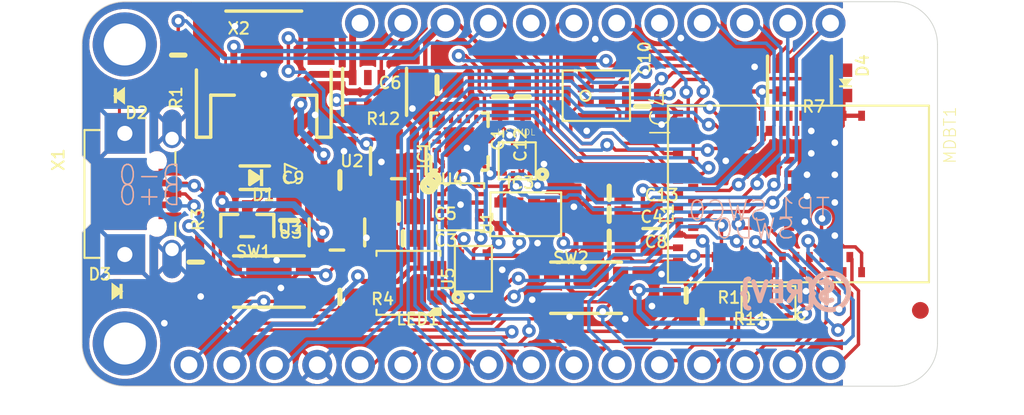
<source format=kicad_pcb>
(kicad_pcb (version 20221018) (generator pcbnew)
  (layers (0 "F.Cu" signal) (1 "In1.Cu" signal) (2 "In2.Cu" signal) (31 "B.Cu" signal) (34 "B.Paste" user) (35 "F.Paste" user) (36 "B.SilkS" user "B.Silkscreen") (37 "F.SilkS" user "F.Silkscreen") (38 "B.Mask" user) (39 "F.Mask" user) (44 "Edge.Cuts" user))
  (net 0 "")
  (net 1 "GND")
  (net 2 "VBUS")
  (net 3 "SWDIO")
  (net 4 "SWCLK")
  (net 5 "AREF")
  (net 6 "3.3V")
  (net 7 "RESET")
  (net 8 "VBAT")
  (net 9 "N$1")
  (net 10 "N$11")
  (net 11 "N$12")
  (net 12 "EN")
  (net 13 "USBD+")
  (net 14 "USBD-")
  (net 15 "VHI")
  (net 16 "TXD")
  (net 17 "RXD")
  (net 18 "SDA")
  (net 19 "SCL")
  (net 20 "LED2")
  (net 21 "A0")
  (net 22 "A1")
  (net 23 "A2")
  (net 24 "A3")
  (net 25 "A4")
  (net 26 "A5")
  (net 27 "VDIV")
  (net 28 "QSPI_SCK")
  (net 29 "QSPI_DATA1")
  (net 30 "QSPI_DATA2")
  (net 31 "SCK")
  (net 32 "MOSI")
  (net 33 "MISO")
  (net 34 "QSPI_DATA3")
  (net 35 "QSPI_CS")
  (net 36 "QSPI_DATA0")
  (net 37 "NEOPIX")
  (net 38 "D+")
  (net 39 "D-")
  (net 40 "DCCH")
  (net 41 "D5")
  (net 42 "D6")
  (net 43 "D9")
  (net 44 "D10")
  (net 45 "D13")
  (net 46 "D11")
  (net 47 "D12")
  (net 48 "SWITCH")
  (net 49 "D2")
  (net 50 "N$5")
  (net 51 "NFC2")
  (net 52 "CAP1")
  (net 53 "N$2")
  (net 54 "PDM_DAT")
  (net 55 "PDM_CLK")
  (net 56 "APDS_IRQ")
  (net 57 "N$3")
  (net 58 "D3")
  (footprint "working:0603-NO" (layer "F.Cu") (at 159.9311 112.3061)
    (fp_text reference "R11")
    (fp_text value "22")
  )
  (footprint "working:MDBT50" (layer "F.Cu") (at 165.6461 105.0036 -90)
    (fp_text reference "MDBT1")
    (fp_text value "MDBT50")
  )
  (footprint "working:SOT23-5" (layer "F.Cu") (at 138.2395 107.2896 180)
    (fp_text reference "U3")
    (fp_text value "MCP73831T-2ACI/OT")
  )
  (footprint "working:0805-NO" (layer "F.Cu") (at 135.3947 106.5784 90)
    (fp_text reference "C7")
    (fp_text value "10uF")
  )
  (footprint "working:APDS-9960" (layer "F.Cu") (at 149.4536 106.2101 90)
    (fp_text reference "U1")
    (fp_text value "APDS-9960")
  )
  (footprint "working:0603-NO" (layer "F.Cu") (at 158.9786 111.0361)
    (fp_text reference "R10")
    (fp_text value "22")
  )
  (footprint "working:JSTPH2" (layer "F.Cu") (at 133.8961 97.1296)
    (fp_text reference "X2")
    (fp_text value "CON_JST_PH_2PIN_MTPH2")
  )
  (footprint "working:SPK0415HM4H" (layer "F.Cu") (at 153.6446 99.1616 90)
    (fp_text reference "IC4")
    (fp_text value "MIC_PDM")
  )
  (footprint "working:0603-NO" (layer "F.Cu") (at 128.8161 96.7486 -90)
    (fp_text reference "R1")
    (fp_text value "2.2K")
  )
  (footprint "working:0805-NO" (layer "F.Cu") (at 144.1831 98.5266 180)
    (fp_text reference "C6")
    (fp_text value "10uF")
  )
  (footprint "working:0603-NO" (layer "F.Cu") (at 156.3751 99.7966 90)
    (fp_text reference "C10")
    (fp_text value "0.1uF")
  )
  (footprint "working:SOD-123" (layer "F.Cu") (at 133.3627 104.0384 180)
    (fp_text reference "D1")
    (fp_text value "MBR054")
  )
  (footprint "working:0805-NO" (layer "F.Cu") (at 141.8971 106.0577)
    (fp_text reference "C5")
    (fp_text value "10uF")
  )
  (footprint "working:0603-NO" (layer "F.Cu") (at 138.4173 111.125)
    (fp_text reference "R4")
    (fp_text value "4.7K")
  )
  (footprint "working:CHIPLED_0805_NOOUTLINE" (layer "F.Cu") (at 125.1839 110.7948 -90)
    (fp_text reference "D3")
    (fp_text value "ORANGE")
  )
  (footprint "working:_0805MP" (layer "F.Cu") (at 156.9212 107.061 -90)
    (fp_text reference "L1")
    (fp_text value "DNP")
  )
  (footprint "working:FIDUCIAL_1MM" (layer "F.Cu") (at 172.8851 111.9251)
    (fp_text reference "FID2" hide)
    (fp_text value "FIDUCIAL_1MM" hide)
  )
  (footprint "working:4UCONN_20329_V2" (layer "F.Cu") (at 127.5461 105.0036 -90)
    (fp_text reference "X1")
    (fp_text value "4u20329")
  )
  (footprint "working:LGA16_3X3MM" (layer "F.Cu") (at 145.5166 101.8921 90)
    (fp_text reference "IC1")
    (fp_text value "LSM6DS33")
  )
  (footprint "working:FEATHERSENSE_TOP" (layer "F.Cu") (at 123.1011 116.4336)
    (fp_text reference "U$14" hide)
    (fp_text value "" hide)
  )
  (footprint "working:CHIPLED_0805_NOOUTLINE" (layer "F.Cu") (at 125.3236 99.1616 90)
    (fp_text reference "D2")
    (fp_text value "RED")
  )
  (footprint "working:0603-NO" (layer "F.Cu") (at 154.4066 106.2355)
    (fp_text reference "C4")
    (fp_text value "1uF")
  )
  (footprint "working:BMP280" (layer "F.Cu") (at 146.3421 109.4486 180)
    (fp_text reference "U5")
    (fp_text value "BMP280")
  )
  (footprint "working:SHT3X" (layer "F.Cu") (at 145.5801 105.7656)
    (fp_text reference "U4")
    (fp_text value "SHT30")
  )
  (footprint "working:CHIPLED_0603_NOOUTLINE" (layer "F.Cu") (at 168.4401 98.3996 180)
    (fp_text reference "D4")
    (fp_text value "BLUE")
  )
  (footprint "working:BTN_KMR2_4.6X2.8" (layer "F.Cu") (at 134.2009 110.2106)
    (fp_text reference "SW1")
    (fp_text value "KMR2")
  )
  (footprint "working:LED3535" (layer "F.Cu") (at 142.4879 110.2884 180)
    (fp_text reference "LED1")
    (fp_text value "WS2812B3535")
  )
  (footprint "working:RESPACK_4X0603" (layer "F.Cu") (at 165.7096 98.2091 180)
    (fp_text reference "R7")
    (fp_text value "4.7K")
  )
  (footprint "working:SOT23-R" (layer "F.Cu") (at 132.9182 106.8832)
    (fp_text reference "Q3")
    (fp_text value "DMG2305")
  )
  (footprint "working:FIDUCIAL_1MM" (layer "F.Cu") (at 133.7691 94.5896)
    (fp_text reference "FID1" hide)
    (fp_text value "FIDUCIAL_1MM" hide)
  )
  (footprint "working:SOT23-5" (layer "F.Cu") (at 141.8844 103.0478 180)
    (fp_text reference "U2")
    (fp_text value "AP2112(3.3V)")
  )
  (footprint "working:0603-NO" (layer "F.Cu") (at 147.9296 99.2251 -90)
    (fp_text reference "C1")
    (fp_text value "0.1uF")
  )
  (footprint "working:0603-NO" (layer "F.Cu") (at 142.1765 107.6452)
    (fp_text reference "C3")
    (fp_text value "0.1uF")
  )
  (footprint "working:0603-NO" (layer "F.Cu") (at 129.8575 109.0549 90)
    (fp_text reference "R3")
    (fp_text value "1K")
  )
  (footprint "working:0805-NO" (layer "F.Cu") (at 154.4066 107.7214)
    (fp_text reference "C8")
    (fp_text value "10uF")
  )
  (footprint "working:LGA12_2X2MM" (layer "F.Cu") (at 148.9456 103.0351 180)
    (fp_text reference "IC3")
    (fp_text value "LIS3MDL")
  )
  (footprint "working:FEATHERWING_NODIM" (layer "F.Cu") (at 123.1011 116.4336)
    (fp_text reference "MS1" hide)
    (fp_text value "FEATHERWING_NODIM" hide)
  )
  (footprint "working:USON8" (layer "F.Cu") (at 163.8681 111.4806 180)
    (fp_text reference "IC2" hide)
    (fp_text value "GD25Q16" hide)
  )
  (footprint "working:BTN_KMR2_4.6X2.8" (layer "F.Cu") (at 153.035 110.5789)
    (fp_text reference "SW2")
    (fp_text value "KMR2")
  )
  (footprint "working:0805-NO" (layer "F.Cu") (at 138.4173 104.1781 180)
    (fp_text reference "C9")
    (fp_text value "10uF")
  )
  (footprint "working:RESPACK_4X0603" (layer "F.Cu") (at 140.4747 98.933 180)
    (fp_text reference "R12")
    (fp_text value "100K")
  )
  (footprint "working:0603-NO" (layer "F.Cu") (at 149.2631 99.2251 -90)
    (fp_text reference "C12")
    (fp_text value "0.1uF")
  )
  (footprint "working:0603-NO" (layer "F.Cu") (at 154.4066 104.9401)
    (fp_text reference "C13")
    (fp_text value "0.1uF")
  )
  (footprint "working:TP10R" (layer "B.Cu") (at 167.1066 106.4006 180)
    (fp_text reference "TP1")
    (fp_text value "TPTP10R")
  )
  (footprint "working:TP10R" (layer "B.Cu") (at 128.5621 104.4321 180)
    (fp_text reference "D-0")
    (fp_text value "TPTP10R")
  )
  (footprint "working:TP12R" (layer "B.Cu") (at 163.2966 106.6546 180)
    (fp_text reference "SWC0")
    (fp_text value "TPTP12R")
  )
  (footprint "working:TP12R" (layer "B.Cu") (at 164.9095 107.7214 180)
    (fp_text reference "SWD0")
    (fp_text value "TPTP12R")
  )
  (footprint "working:FEATHERSENSE_BOT" (layer "B.Cu") (at 173.9011 116.4336 180)
    (fp_text reference "U$75" hide)
    (fp_text value "" hide)
  )
  (footprint "working:TP10R" (layer "B.Cu") (at 128.5621 105.6386 180)
    (fp_text reference "D+0")
    (fp_text value "TPTP10R")
  )
  (footprint "working:PCBFEAT-REV-056" (layer "B.Cu") (at 167.5328 110.7968 180)
    (fp_text reference "U$10" hide)
    (fp_text value "" hide)
  )
  (gr_arc (start 173.9011 113.8936) (mid 173.157151 115.689651) (end 171.3611 116.4336) (stroke (width 0.05)) (layer "Edge.Cuts"))
  (gr_line (start 123.6091 103.2256) (end 123.1011 102.7176) (stroke (width 0.05)) (layer "Edge.Cuts"))
  (gr_line (start 125.6411 93.5736) (end 171.3611 93.5736) (stroke (width 0.05)) (layer "Edge.Cuts"))
  (gr_line (start 123.1011 113.8936) (end 123.1011 107.2896) (stroke (width 0.05)) (layer "Edge.Cuts"))
  (gr_arc (start 123.1011 96.1136) (mid 123.845049 94.317549) (end 125.6411 93.5736) (stroke (width 0.05)) (layer "Edge.Cuts"))
  (gr_arc (start 171.3611 93.5736) (mid 173.157151 94.317549) (end 173.9011 96.1136) (stroke (width 0.05)) (layer "Edge.Cuts"))
  (gr_line (start 171.3611 116.4336) (end 125.6411 116.4336) (stroke (width 0.05)) (layer "Edge.Cuts"))
  (gr_line (start 123.1011 102.7176) (end 123.1011 96.1136) (stroke (width 0.05)) (layer "Edge.Cuts"))
  (gr_line (start 123.1011 107.2896) (end 123.6091 106.7816) (stroke (width 0.05)) (layer "Edge.Cuts"))
  (gr_line (start 123.6091 106.7816) (end 123.6091 103.2256) (stroke (width 0.05)) (layer "Edge.Cuts"))
  (gr_arc (start 125.6411 116.4336) (mid 123.845049 115.689651) (end 123.1011 113.8936) (stroke (width 0.05)) (layer "Edge.Cuts"))
  (gr_line (start 173.9011 96.1136) (end 173.9011 113.8936) (stroke (width 0.05)) (layer "Edge.Cuts"))
  (segment (start 155.4861 100.0506) (end 156.0821 100.6466) (width 0.254) (layer "F.Cu") (net 1))
  (segment (start 169.3961 108.52255) (end 169.02235 108.1488) (width 0.2032) (layer "F.Cu") (net 1))
  (segment (start 156.0821 100.6466) (end 156.3751 100.6466) (width 0.254) (layer "F.Cu") (net 1))
  (segment (start 168.4401 99.1496) (end 168.3131 99.2766) (width 0.254) (layer "F.Cu") (net 1))
  (segment (start 153.0196 98.7366) (end 153.0196 98.5366) (width 0.254) (layer "F.Cu") (net 1))
  (segment (start 124.2736 99.1616) (end 125.3236 99.1616) (width 0.1778) (layer "F.Cu") (net 1))
  (segment (start 168.2961 100.3536) (end 168.2961 100.9566) (width 0.2032) (layer "F.Cu") (net 1))
  (segment (start 139.3673 104.1781) (end 139.3673 104.3051) (width 0.2032) (layer "F.Cu") (net 1))
  (segment (start 145.8301 105.5156) (end 145.5801 105.7656) (width 0.254) (layer "F.Cu") (net 1))
  (segment (start 155.4861 99.2531) (end 155.4861 100.0506) (width 0.254) (layer "F.Cu") (net 1))
  (segment (start 168.3131 99.2766) (end 168.3131 100.3536) (width 0.254) (layer "F.Cu") (net 1))
  (segment (start 125.3236 99.1616) (end 125.3236 101.0811) (width 0.1778) (layer "F.Cu") (net 1))
  (segment (start 168.3131 100.3536) (end 168.2961 100.3536) (width 0.254) (layer "F.Cu") (net 1))
  (segment (start 145.3301 105.5156) (end 145.5801 105.7656) (width 0.2032) (layer "F.Cu") (net 1))
  (segment (start 146.7301 105.5156) (end 145.8301 105.5156) (width 0.254) (layer "F.Cu") (net 1))
  (segment (start 167.9956 101.3841) (end 167.9321 101.3206) (width 0.2032) (layer "F.Cu") (net 1))
  (segment (start 145.5801 105.6386) (end 145.5801 105.7656) (width 0.254) (layer "F.Cu") (net 1))
  (segment (start 169.3961 100.3536) (end 168.3131 100.3536) (width 0.254) (layer "F.Cu") (net 1))
  (segment (start 153.0196 98.5366) (end 153.6446 97.9116) (width 0.254) (layer "F.Cu") (net 1))
  (segment (start 169.02235 108.1488) (end 168.3468 108.1488) (width 0.2032) (layer "F.Cu") (net 1))
  (segment (start 138.2395 105.9895) (end 138.2395 105.4329) (width 0.2032) (layer "F.Cu") (net 1))
  (segment (start 167.9321 101.3206) (end 168.2961 100.9566) (width 0.2032) (layer "F.Cu") (net 1))
  (segment (start 155.3946 99.1616) (end 155.4861 99.2531) (width 0.254) (layer "F.Cu") (net 1))
  (segment (start 168.3468 108.1488) (end 167.9956 107.7976) (width 0.2032) (layer "F.Cu") (net 1))
  (segment (start 125.3236 101.0811) (end 125.6461 101.4036) (width 0.1778) (layer "F.Cu") (net 1))
  (segment (start 169.3961 109.6536) (end 169.3961 108.52255) (width 0.2032) (layer "F.Cu") (net 1))
  (segment (start 167.9956 107.7976) (end 167.9956 101.3841) (width 0.2032) (layer "F.Cu") (net 1))
  (segment (start 139.3673 104.3051) (end 138.2395 105.4329) (width 0.2032) (layer "F.Cu") (net 1))
  (segment (start 144.4301 105.5156) (end 145.3301 105.5156) (width 0.2032) (layer "F.Cu") (net 1))
  (via (at 138.6586 102.4636) (size 0.8001) (drill 0.3937) (layers "F.Cu" "B.Cu") (net 1))
  (via (at 140.8811 103.0986) (size 0.8001) (drill 0.3937) (layers "F.Cu" "B.Cu") (net 1))
  (via (at 139.9921 107.6071) (size 0.8001) (drill 0.3937) (layers "F.Cu" "B.Cu") (net 1))
  (via (at 155.3591 112.4331) (size 0.8001) (drill 0.3937) (layers "F.Cu" "B.Cu") (net 1))
  (via (at 166.0271 106.6546) (size 0.8001) (drill 0.3937) (layers "F.Cu" "B.Cu") (net 1))
  (via (at 156.9466 111.6711) (size 0.8001) (drill 0.3937) (layers "F.Cu" "B.Cu") (net 1))
  (via (at 166.1541 103.8606) (size 0.8001) (drill 0.3937) (layers "F.Cu" "B.Cu") (net 1))
  (via (at 157.5181 109.7661) (size 0.8001) (drill 0.3937) (layers "F.Cu" "B.Cu") (net 1))
  (via (at 152.8826 109.3851) (size 0.8001) (drill 0.3937) (layers "F.Cu" "B.Cu") (net 1))
  (via (at 146.2151 111.0996) (size 0.8001) (drill 0.3937) (layers "F.Cu" "B.Cu") (net 1))
  (via (at 136.9441 100.3046) (size 0.8001) (drill 0.3937) (layers "F.Cu" "B.Cu") (net 1))
  (via (at 134.9121 110.5916) (size 0.8001) (drill 0.3937) (layers "F.Cu" "B.Cu") (net 1))
  (via (at 167.8051 105.5116) (size 0.8001) (drill 0.3937) (layers "F.Cu" "B.Cu") (net 1))
  (via (at 158.6611 95.7326) (size 0.8001) (drill 0.3937) (layers "F.Cu" "B.Cu") (net 1))
  (via (at 157.5181 100.8761) (size 0.8001) (drill 0.3937) (layers "F.Cu" "B.Cu") (net 1))
  (via (at 167.8051 107.4801) (size 0.8001) (drill 0.3937) (layers "F.Cu" "B.Cu") (net 1))
  (via (at 134.6581 108.9406) (size 0.8001) (drill 0.3937) (layers "F.Cu" "B.Cu") (net 1))
  (via (at 150.1521 107.9246) (size 0.8001) (drill 0.3937) (layers "F.Cu" "B.Cu") (net 1))
  (via (at 132.1816 95.0341) (size 0.8001) (drill 0.3937) (layers "F.Cu" "B.Cu") (net 1))
  (via (at 149.8346 111.2901) (size 0.8001) (drill 0.3937) (layers "F.Cu" "B.Cu") (net 1))
  (via (at 152.3111 105.7656) (size 0.8001) (drill 0.3937) (layers "F.Cu" "B.Cu") (net 1))
  (via (at 166.0906 110.7821) (size 0.8001) (drill 0.3937) (layers "F.Cu" "B.Cu") (net 1))
  (via (at 166.1541 105.1306) (size 0.8001) (drill 0.3937) (layers "F.Cu" "B.Cu") (net 1))
  (via (at 153.0731 101.2571) (size 0.8001) (drill 0.3937) (layers "F.Cu" "B.Cu") (net 1))
  (via (at 166.4081 101.2571) (size 0.8001) (drill 0.3937) (layers "F.Cu" "B.Cu") (net 1))
  (via (at 145.5801 105.6386) (size 0.8001) (drill 0.3937) (layers "F.Cu" "B.Cu") (net 1))
  (via (at 163.0426 97.4471) (size 0.8001) (drill 0.3937) (layers "F.Cu" "B.Cu") (net 1))
  (via (at 153.5811 95.7961) (size 0.8001) (drill 0.3937) (layers "F.Cu" "B.Cu") (net 1))
  (via (at 130.1496 111.0996) (size 0.8001) (drill 0.3937) (layers "F.Cu" "B.Cu") (net 1))
  (via (at 167.8051 101.9556) (size 0.8001) (drill 0.3937) (layers "F.Cu" "B.Cu") (net 1))
  (via (at 127.9906 112.6871) (size 0.8001) (drill 0.3937) (layers "F.Cu" "B.Cu") (net 1))
  (via (at 133.8961 97.8916) (size 0.8001) (drill 0.3937) (layers "F.Cu" "B.Cu") (net 1))
  (via (at 148.0566 109.5121) (size 0.8001) (drill 0.3937) (layers "F.Cu" "B.Cu") (net 1))
  (via (at 145.9611 102.2731) (size 0.8001) (drill 0.3937) (layers "F.Cu" "B.Cu") (net 1))
  (via (at 167.8051 103.8606) (size 0.8001) (drill 0.3937) (layers "F.Cu" "B.Cu") (net 1))
  (via (at 161.3281 103.0351) (size 0.8001) (drill 0.3937) (layers "F.Cu" "B.Cu") (net 1))
  (via (at 150.5331 103.2256) (size 0.8001) (drill 0.3937) (layers "F.Cu" "B.Cu") (net 1))
  (via (at 142.7226 99.9236) (size 0.8001) (drill 0.3937) (layers "F.Cu" "B.Cu") (net 1))
  (via (at 152.0571 112.3061) (size 0.8001) (drill 0.3937) (layers "F.Cu" "B.Cu") (net 1))
  (via (at 166.4081 102.5906) (size 0.8001) (drill 0.3937) (layers "F.Cu" "B.Cu") (net 1))
  (segment (start 131.9682 107.8832) (end 131.9047 107.8197) (width 0.4064) (layer "F.Cu") (net 2))
  (segment (start 154.2796 104.0511) (end 154.4066 104.1781) (width 0.254) (layer "F.Cu") (net 2))
  (segment (start 150.10765 101.706025) (end 152.452725 104.0511) (width 0.254) (layer "F.Cu") (net 2))
  (segment (start 131.9047 106.9307) (end 131.9047 107.8197) (width 0.4064) (layer "F.Cu") (net 2))
  (segment (start 142.1541 97.7036) (end 143.4846 97.7036) (width 0.4064) (layer "F.Cu") (net 2))
  (segment (start 154.4066 108.8136) (end 154.4066 104.1781) (width 0.2032) (layer "F.Cu") (net 2))
  (segment (start 131.5127 104.0384) (end 131.4831 104.0088) (width 0.4064) (layer "F.Cu") (net 2))
  (segment (start 131.4196 105.4481) (end 131.4196 106.4456) (width 0.4064) (layer "F.Cu") (net 2))
  (segment (start 144.6911 94.8436) (end 144.5666 94.8436) (width 0.4064) (layer "F.Cu") (net 2))
  (segment (start 126.4031 103.0986) (end 127.0637 103.7592) (width 0.254) (layer "F.Cu") (net 2))
  (segment (start 148.6281 96.1136) (end 150.10765 97.59315) (width 0.254) (layer "F.Cu") (net 2))
  (segment (start 137.3886 107.2896) (end 137.2895 107.2896) (width 0.4064) (layer "F.Cu") (net 2))
  (segment (start 146.6596 96.1136) (end 148.6281 96.1136) (width 0.254) (layer "F.Cu") (net 2))
  (segment (start 127.0637 103.7592) (end 127.838375 103.7592) (width 0.254) (layer "F.Cu") (net 2))
  (segment (start 132.1181 96.2406) (end 132.1181 98.1456) (width 0.4064) (layer "F.Cu") (net 2))
  (segment (start 141.7747 98.083) (end 142.1541 97.7036) (width 0.4064) (layer "F.Cu") (net 2))
  (segment (start 144.6911 94.9096) (end 144.6911 94.8436) (width 0.254) (layer "F.Cu") (net 2))
  (segment (start 124.0889 107.094619) (end 123.8631 107.320419) (width 0.254) (layer "F.Cu") (net 2))
  (segment (start 144.5666 94.8436) (end 143.4846 95.9256) (width 0.4064) (layer "F.Cu") (net 2))
  (segment (start 143.4846 98.275104) (end 143.4846 97.7036) (width 0.254) (layer "F.Cu") (net 2))
  (segment (start 152.452725 104.0511) (end 154.2796 104.0511) (width 0.254) (layer "F.Cu") (net 2))
  (segment (start 131.0047 104.0384) (end 130.6699 103.7036) (width 0.254) (layer "F.Cu") (net 2))
  (segment (start 143.4846 97.7036) (end 143.4846 95.9256) (width 0.254) (layer "F.Cu") (net 2))
  (segment (start 145.4556 94.9096) (end 144.6911 94.9096) (width 0.2032) (layer "F.Cu") (net 2))
  (segment (start 131.0047 104.0384) (end 131.5127 104.0384) (width 0.254) (layer "F.Cu") (net 2))
  (segment (start 150.10765 97.59315) (end 150.10765 101.706025) (width 0.254) (layer "F.Cu") (net 2))
  (segment (start 155.6766 108.8136) (end 154.4066 108.8136) (width 0.2032) (layer "F.Cu") (net 2))
  (segment (start 131.4196 103.9453) (end 131.4196 105.4481) (width 0.4064) (layer "F.Cu") (net 2))
  (segment (start 127.838375 103.7592) (end 127.893975 103.7036) (width 0.254) (layer "F.Cu") (net 2))
  (segment (start 131.4831 104.0088) (end 131.4831 98.7806) (width 0.4064) (layer "F.Cu") (net 2))
  (segment (start 130.6699 103.7036) (end 128.3211 103.7036) (width 0.4064) (layer "F.Cu") (net 2))
  (segment (start 146.6596 96.1136) (end 145.4556 94.9096) (width 0.254) (layer "F.Cu") (net 2))
  (segment (start 123.8631 110.524) (end 123.8631 107.320419) (width 0.254) (layer "F.Cu") (net 2))
  (segment (start 127.893975 103.7036) (end 128.3211 103.7036) (width 0.254) (layer "F.Cu") (net 2))
  (segment (start 132.1181 98.1456) (end 131.4831 98.7806) (width 0.4064) (layer "F.Cu") (net 2))
  (segment (start 131.4831 104.0088) (end 131.4196 103.9453) (width 0.4064) (layer "F.Cu") (net 2))
  (segment (start 124.0889 103.6348) (end 124.0889 107.094619) (width 0.254) (layer "F.Cu") (net 2))
  (segment (start 124.6251 103.0986) (end 126.4031 103.0986) (width 0.254) (layer "F.Cu") (net 2))
  (segment (start 124.1339 110.7948) (end 123.8631 110.524) (width 0.254) (layer "F.Cu") (net 2))
  (segment (start 155.8666 109.0036) (end 155.6766 108.8136) (width 0.2032) (layer "F.Cu") (net 2))
  (segment (start 137.2895 108.5897) (end 137.2895 107.2896) (width 0.4064) (layer "F.Cu") (net 2))
  (segment (start 131.9047 106.9307) (end 131.4196 106.4456) (width 0.4064) (layer "F.Cu") (net 2))
  (segment (start 124.0889 103.6348) (end 124.6251 103.0986) (width 0.254) (layer "F.Cu") (net 2))
  (segment (start 143.2331 98.5266) (end 143.4846 98.275104) (width 0.254) (layer "F.Cu") (net 2))
  (segment (start 158.4961 109.0036) (end 155.8666 109.0036) (width 0.2032) (layer "F.Cu") (net 2))
  (via (at 137.3886 107.2896) (size 0.8001) (drill 0.3937) (layers "F.Cu" "B.Cu") (net 2))
  (via (at 131.4196 105.4481) (size 0.8001) (drill 0.3937) (layers "F.Cu" "B.Cu") (net 2))
  (via (at 132.1181 96.2406) (size 0.8001) (drill 0.3937) (layers "F.Cu" "B.Cu") (net 2))
  (segment (start 137.3886 107.3531) (end 135.6741 105.6386) (width 0.4064) (layer "B.Cu") (net 2))
  (segment (start 135.6741 105.6386) (end 131.6101 105.6386) (width 0.4064) (layer "B.Cu") (net 2))
  (segment (start 144.3101 94.8436) (end 142.6464 96.5073) (width 0.254) (layer "B.Cu") (net 2))
  (segment (start 137.3886 107.2896) (end 137.3886 107.3531) (width 0.4064) (layer "B.Cu") (net 2))
  (segment (start 131.6101 105.6386) (end 131.4196 105.4481) (width 0.4064) (layer "B.Cu") (net 2))
  (segment (start 132.3848 96.5073) (end 132.1181 96.2406) (width 0.254) (layer "B.Cu") (net 2))
  (segment (start 142.6464 96.5073) (end 132.3848 96.5073) (width 0.254) (layer "B.Cu") (net 2))
  (segment (start 144.6911 94.8436) (end 144.3101 94.8436) (width 0.254) (layer "B.Cu") (net 2))
  (segment (start 167.7501 109.9076) (end 167.7501 110.4731) (width 0.2032) (layer "F.Cu") (net 3))
  (segment (start 168.0591 110.7821) (end 168.0591 111.8616) (width 0.2032) (layer "F.Cu") (net 3))
  (segment (start 168.0591 110.7821) (end 167.7501 110.4731) (width 0.2032) (layer "F.Cu") (net 3))
  (segment (start 167.4961 109.6536) (end 167.7501 109.9076) (width 0.2032) (layer "F.Cu") (net 3))
  (via (at 168.0591 111.8616) (size 0.8001) (drill 0.3937) (layers "F.Cu" "B.Cu") (net 3))
  (segment (start 168.0591 111.8616) (end 168.0591 111.096363) (width 0.2032) (layer "B.Cu") (net 3))
  (segment (start 168.0591 111.096363) (end 164.9095 107.946763) (width 0.2032) (layer "B.Cu") (net 3))
  (segment (start 164.9095 107.7214) (end 164.9095 107.946763) (width 0.2032) (layer "B.Cu") (net 3))
  (segment (start 168.8041 110.9236) (end 168.2961 110.4156) (width 0.2032) (layer "F.Cu") (net 4))
  (segment (start 168.2961 109.6536) (end 168.2961 110.4156) (width 0.2032) (layer "F.Cu") (net 4))
  (segment (start 168.8041 110.9236) (end 168.8041 112.281482) (width 0.2032) (layer "F.Cu") (net 4))
  (segment (start 168.8041 112.281482) (end 167.98955 113.096032) (width 0.2032) (layer "F.Cu") (net 4))
  (via (at 167.98955 113.096032) (size 0.8001) (drill 0.3937) (layers "F.Cu" "B.Cu") (net 4))
  (segment (start 163.8427 107.2007) (end 163.2966 106.6546) (width 0.2032) (layer "B.Cu") (net 4))
  (segment (start 164.534718 108.6262) (end 165.0142 108.6262) (width 0.2032) (layer "B.Cu") (net 4))
  (segment (start 167.29105 112.397532) (end 167.98955 113.096032) (width 0.2032) (layer "B.Cu") (net 4))
  (segment (start 163.8427 107.965888) (end 163.874406 107.965888) (width 0.2032) (layer "B.Cu") (net 4))
  (segment (start 163.8427 107.2007) (end 163.8427 107.965888) (width 0.2032) (layer "B.Cu") (net 4))
  (segment (start 163.874406 107.965888) (end 164.534718 108.6262) (width 0.2032) (layer "B.Cu") (net 4))
  (segment (start 165.0142 108.6262) (end 167.29105 110.90305) (width 0.2032) (layer "B.Cu") (net 4))
  (segment (start 167.29105 110.90305) (end 167.29105 112.397532) (width 0.2032) (layer "B.Cu") (net 4))
  (segment (start 162.6961 99.8946) (end 162.5503 99.7488) (width 0.2032) (layer "F.Cu") (net 5))
  (segment (start 161.1944 98.453163) (end 161.1944 99.0436) (width 0.2032) (layer "F.Cu") (net 5))
  (segment (start 161.1944 99.0436) (end 161.8996 99.7488) (width 0.2032) (layer "F.Cu") (net 5))
  (segment (start 162.6961 99.8946) (end 162.6961 100.3536) (width 0.2032) (layer "F.Cu") (net 5))
  (segment (start 160.531937 97.7907) (end 161.1944 98.453163) (width 0.2032) (layer "F.Cu") (net 5))
  (segment (start 157.831568 98.1456) (end 157.5181 98.1456) (width 0.2032) (layer "F.Cu") (net 5))
  (segment (start 156.3751 98.9466) (end 156.5411 98.7806) (width 0.2032) (layer "F.Cu") (net 5))
  (segment (start 156.8831 98.7806) (end 156.5411 98.7806) (width 0.2032) (layer "F.Cu") (net 5))
  (segment (start 158.186468 97.7907) (end 157.831568 98.1456) (width 0.2032) (layer "F.Cu") (net 5))
  (segment (start 161.8996 99.7488) (end 162.5503 99.7488) (width 0.2032) (layer "F.Cu") (net 5))
  (segment (start 156.8831 98.7806) (end 157.5181 98.1456) (width 0.2032) (layer "F.Cu") (net 5))
  (segment (start 160.531937 97.7907) (end 158.186468 97.7907) (width 0.2032) (layer "F.Cu") (net 5))
  (via (at 157.5181 98.1456) (size 0.8001) (drill 0.3937) (layers "F.Cu" "B.Cu") (net 5))
  (segment (start 136.4996 113.8301) (end 135.1661 115.1636) (width 0.2032) (layer "B.Cu") (net 5))
  (segment (start 135.1661 115.1636) (end 134.5311 115.1636) (width 0.2032) (layer "B.Cu") (net 5))
  (segment (start 153.3271 98.8441) (end 152.3746 97.8916) (width 0.2032) (layer "B.Cu") (net 5))
  (segment (start 142.0622 111.5695) (end 139.8016 113.8301) (width 0.2032) (layer "B.Cu") (net 5))
  (segment (start 156.8196 98.8441) (end 153.3271 98.8441) (width 0.2032) (layer "B.Cu") (net 5))
  (segment (start 157.5181 98.1456) (end 156.8196 98.8441) (width 0.2032) (layer "B.Cu") (net 5))
  (segment (start 142.0622 101.6) (end 142.0622 111.5695) (width 0.2032) (layer "B.Cu") (net 5))
  (segment (start 145.7706 97.8916) (end 142.0622 101.6) (width 0.2032) (layer "B.Cu") (net 5))
  (segment (start 152.3746 97.8916) (end 145.7706 97.8916) (width 0.2032) (layer "B.Cu") (net 5))
  (segment (start 139.8016 113.8301) (end 136.4996 113.8301) (width 0.2032) (layer "B.Cu") (net 5))
  (segment (start 164.4096 99.0591) (end 164.2611 98.9106) (width 0.254) (layer "F.Cu") (net 6))
  (segment (start 147.329868 103.705366) (end 146.8666 103.2421) (width 0.254) (layer "F.Cu") (net 6))
  (segment (start 147.9486 106.9101) (end 147.956743 106.9101) (width 0.254) (layer "F.Cu") (net 6))
  (segment (start 147.956743 106.9736) (end 147.956743 107.76585) (width 0.254) (layer "F.Cu") (net 6))
  (segment (start 147.1421 108.6866) (end 147.1421 108.4736) (width 0.254) (layer "F.Cu") (net 6))
  (segment (start 142.8344 104.3479) (end 142.8344 105.2449) (width 0.3048) (layer "F.Cu") (net 6))
  (segment (start 139.4841 109.8931) (end 139.8016 110.2106) (width 0.3048) (layer "F.Cu") (net 6))
  (segment (start 162.0326 98.6626) (end 162.2806 98.9106) (width 0.254) (layer "F.Cu") (net 6))
  (segment (start 152.3111 110.9091) (end 151.9301 110.5281) (width 0.3048) (layer "F.Cu") (net 6))
  (segment (start 162.0326 98.6626) (end 162.0326 98.105963) (width 0.254) (layer "F.Cu") (net 6))
  (segment (start 158.4961 106.6036) (end 157.4798 106.6036) (width 0.3048) (layer "F.Cu") (net 6))
  (segment (start 156.9212 106.045) (end 156.7307 106.2355) (width 0.3048) (layer "F.Cu") (net 6))
  (segment (start 143.0265 107.6452) (end 143.1671 107.7858) (width 0.3048) (layer "F.Cu") (net 6))
  (segment (start 142.8471 106.0577) (end 142.8471 107.4658) (width 0.3048) (layer "F.Cu") (net 6))
  (segment (start 162.2806 98.9106) (end 163.49345 98.9106) (width 0.254) (layer "F.Cu") (net 6))
  (segment (start 147.956743 106.9736) (end 147.766243 106.9736) (width 0.254) (layer "F.Cu") (net 6))
  (segment (start 144.5166 103.4001) (end 143.5688 104.3479) (width 0.254) (layer "F.Cu") (net 6))
  (segment (start 163.132431 112.694932) (end 162.6681 112.2306) (width 0.3048) (layer "F.Cu") (net 6))
  (segment (start 144.5166 103.2421) (end 144.5166 103.4001) (width 0.254) (layer "F.Cu") (net 6))
  (segment (start 153.7716 110.9091) (end 152.3111 110.9091) (width 0.3048) (layer "F.Cu") (net 6))
  (segment (start 146.1591 109.7736) (end 146.2861 109.7736) (width 0.254) (layer "F.Cu") (net 6))
  (segment (start 153.7716 110.9091) (end 154.089693 110.591007) (width 0.3048) (layer "F.Cu") (net 6))
  (segment (start 147.1421 109.1236) (end 147.1421 108.6866) (width 0.254) (layer "F.Cu") (net 6))
  (segment (start 150.9141 108.6812) (end 150.9141 108.6866) (width 0.254) (layer "F.Cu") (net 6))
  (segment (start 156.408168 105.531969) (end 156.408168 104.780032) (width 0.254) (layer "F.Cu") (net 6))
  (segment (start 150.9141 106.9446) (end 150.9141 108.6812) (width 0.254) (layer "F.Cu") (net 6))
  (segment (start 143.24715 105.65765) (end 142.8344 105.2449) (width 0.3048) (layer "F.Cu") (net 6))
  (segment (start 146.5166 103.2421) (end 146.8666 103.2421) (width 0.254) (layer "F.Cu") (net 6))
  (segment (start 143.24715 105.65765) (end 142.8471 106.0577) (width 0.4064) (layer "F.Cu") (net 6))
  (segment (start 150.9486 106.9101) (end 150.9141 106.9446) (width 0.254) (layer "F.Cu") (net 6))
  (segment (start 146.7941 109.1236) (end 146.2861 109.6316) (width 0.254) (layer "F.Cu") (net 6))
  (segment (start 147.766243 106.935744) (end 147.766243 106.9736) (width 0.254) (layer "F.Cu") (net 6))
  (segment (start 160.879137 96.9525) (end 156.3617 96.9525) (width 0.254) (layer "F.Cu") (net 6))
  (segment (start 144.1666 102.8921) (end 144.1666 102.3921) (width 0.254) (layer "F.Cu") (net 6))
  (segment (start 141.8336 110.2106) (end 142.6308 109.4134) (width 0.3048) (layer "F.Cu") (net 6))
  (segment (start 147.72285 107.89285) (end 147.84985 107.76585) (width 0.254) (layer "F.Cu") (net 6))
  (segment (start 155.2566 106.2355) (end 155.2566 107.6214) (width 0.3048) (layer "F.Cu") (net 6))
  (segment (start 164.2611 98.9106) (end 163.49345 98.9106) (width 0.254) (layer "F.Cu") (net 6))
  (segment (start 142.6308 109.4134) (end 143.1671 109.4134) (width 0.3048) (layer "F.Cu") (net 6))
  (segment (start 147.1421 110.4236) (end 146.8091 110.4236) (width 0.254) (layer "F.Cu") (net 6))
  (segment (start 154.089693 110.591007) (end 156.057006 110.591007) (width 0.254) (layer "F.Cu") (net 6))
  (segment (start 143.5688 104.3479) (end 142.8344 104.3479) (width 0.254) (layer "F.Cu") (net 6))
  (segment (start 148.5011 101.5111) (end 147.9296 100.9396) (width 0.254) (layer "F.Cu") (net 6))
  (segment (start 147.335518 103.7851) (end 147.329868 103.79075) (width 0.254) (layer "F.Cu") (net 6))
  (segment (start 146.2861 109.6316) (end 146.2861 109.7736) (width 0.254) (layer "F.Cu") (net 6))
  (segment (start 155.2566 104.9401) (end 155.2566 106.2355) (width 0.254) (layer "F.Cu") (net 6))
  (segment (start 147.329868 103.79075) (end 147.329868 103.705366) (width 0.254) (layer "F.Cu") (net 6))
  (segment (start 156.3617 96.9525) (end 154.5776 98.7366) (width 0.1778) (layer "F.Cu") (net 6))
  (segment (start 147.3461 106.5156) (end 147.766243 106.935744) (width 0.254) (layer "F.Cu") (net 6))
  (segment (start 147.1421 108.4736) (end 147.72285 107.89285) (width 0.254) (layer "F.Cu") (net 6))
  (segment (start 155.2566 107.6214) (end 155.3566 107.7214) (width 0.3048) (layer "F.Cu") (net 6))
  (segment (start 146.8091 110.4236) (end 146.1591 109.7736) (width 0.254) (layer "F.Cu") (net 6))
  (segment (start 146.7301 106.0156) (end 146.7301 106.5156) (width 0.254) (layer "F.Cu") (net 6))
  (segment (start 147.1421 108.6866) (end 150.9141 108.6866) (width 0.254) (layer "F.Cu") (net 6))
  (segment (start 151.9301 109.3216) (end 151.2897 108.6812) (width 0.254) (layer "F.Cu") (net 6))
  (segment (start 148.6956 102.2851) (end 148.6956 101.7771) (width 0.254) (layer "F.Cu") (net 6))
  (segment (start 148.6956 101.7771) (end 148.5011 101.5826) (width 0.254) (layer "F.Cu") (net 6))
  (segment (start 143.1671 107.7858) (end 143.1671 109.4134) (width 0.3048) (layer "F.Cu") (net 6))
  (segment (start 145.5421 109.7736) (end 146.1591 109.7736) (width 0.254) (layer "F.Cu") (net 6))
  (segment (start 147.956743 106.9101) (end 147.956743 106.9736) (width 0.254) (layer "F.Cu") (net 6))
  (segment (start 147.1421 109.1236) (end 146.7941 109.1236) (width 0.254) (layer "F.Cu") (net 6))
  (segment (start 147.956743 107.76585) (end 147.84985 107.76585) (width 0.254) (layer "F.Cu") (net 6))
  (segment (start 149.1956 102.2851) (end 148.6956 102.2851) (width 0.254) (layer "F.Cu") (net 6))
  (segment (start 159.689181 107.5338) (end 159.954103 107.798722) (width 0.254) (layer "F.Cu") (net 6))
  (segment (start 156.9212 106.045) (end 156.408168 105.531969) (width 0.254) (layer "F.Cu") (net 6))
  (segment (start 165.3096 99.0591) (end 164.4096 99.0591) (width 0.254) (layer "F.Cu") (net 6))
  (segment (start 151.9301 109.3216) (end 151.9301 110.5281) (width 0.3048) (layer "F.Cu") (net 6))
  (segment (start 146.7301 106.5156) (end 147.3461 106.5156) (width 0.254) (layer "F.Cu") (net 6))
  (segment (start 148.5011 101.5111) (end 148.5011 101.5826) (width 0.254) (layer "F.Cu") (net 6))
  (segment (start 139.8016 110.2106) (end 141.8336 110.2106) (width 0.3048) (layer "F.Cu") (net 6))
  (segment (start 158.4961 106.6036) (end 158.4961 107.4036) (width 0.3048) (layer "F.Cu") (net 6))
  (segment (start 156.7307 106.2355) (end 155.2566 106.2355) (width 0.3048) (layer "F.Cu") (net 6))
  (segment (start 147.335518 103.7851) (end 148.1956 103.7851) (width 0.254) (layer "F.Cu") (net 6))
  (segment (start 156.057006 110.591007) (end 156.1846 110.7186) (width 0.254) (layer "F.Cu") (net 6))
  (segment (start 162.0326 98.105963) (end 160.879137 96.9525) (width 0.254) (layer "F.Cu") (net 6))
  (segment (start 157.4798 106.6036) (end 156.9212 106.045) (width 0.3048) (layer "F.Cu") (net 6))
  (segment (start 147.72285 107.89285) (end 147.848793 107.89285) (width 0.254) (layer "F.Cu") (net 6))
  (segment (start 144.5166 103.2421) (end 144.1666 102.8921) (width 0.254) (layer "F.Cu") (net 6))
  (segment (start 154.2696 98.7366) (end 154.5776 98.7366) (width 0.1778) (layer "F.Cu") (net 6))
  (segment (start 158.829125 107.4036) (end 158.959325 107.5338) (width 0.254) (layer "F.Cu") (net 6))
  (segment (start 151.2897 108.6812) (end 150.9141 108.6812) (width 0.254) (layer "F.Cu") (net 6))
  (segment (start 163.132431 112.694932) (end 163.510881 112.694932) (width 0.3048) (layer "F.Cu") (net 6))
  (segment (start 147.9296 100.0751) (end 147.9296 100.9396) (width 0.254) (layer "F.Cu") (net 6))
  (segment (start 158.959325 107.5338) (end 159.689181 107.5338) (width 0.254) (layer "F.Cu") (net 6))
  (segment (start 143.1671 109.4134) (end 144.2379 109.4134) (width 0.3048) (layer "F.Cu") (net 6))
  (segment (start 144.5289 109.4134) (end 144.8891 109.7736) (width 0.254) (layer "F.Cu") (net 6))
  (segment (start 143.0265 107.6452) (end 142.8471 107.4658) (width 0.3048) (layer "F.Cu") (net 6))
  (segment (start 144.2379 109.4134) (end 144.5289 109.4134) (width 0.254) (layer "F.Cu") (net 6))
  (segment (start 144.8891 109.7736) (end 145.5421 109.7736) (width 0.254) (layer "F.Cu") (net 6))
  (segment (start 158.4961 107.4036) (end 158.829125 107.4036) (width 0.254) (layer "F.Cu") (net 6))
  (via (at 159.954103 107.798722) (size 0.8001) (drill 0.3937) (layers "F.Cu" "B.Cu") (net 6))
  (via (at 156.1846 110.7186) (size 0.8001) (drill 0.3937) (layers "F.Cu" "B.Cu") (net 6))
  (via (at 156.408168 104.780032) (size 0.8001) (drill 0.3937) (layers "F.Cu" "B.Cu") (net 6))
  (via (at 148.5011 101.5111) (size 0.8001) (drill 0.3937) (layers "F.Cu" "B.Cu") (net 6))
  (via (at 139.4841 109.8931) (size 0.8001) (drill 0.3937) (layers "F.Cu" "B.Cu") (net 6))
  (via (at 147.848793 107.89285) (size 0.8001) (drill 0.3937) (layers "F.Cu" "B.Cu") (net 6))
  (via (at 163.49345 98.9106) (size 0.8001) (drill 0.3937) (layers "F.Cu" "B.Cu") (net 6))
  (via (at 163.510881 112.694932) (size 0.8001) (drill 0.3937) (layers "F.Cu" "B.Cu") (net 6))
  (via (at 147.329868 103.79075) (size 0.8001) (drill 0.3937) (layers "F.Cu" "B.Cu") (net 6))
  (segment (start 139.4841 109.8931) (end 139.4841 110.1471) (width 0.3048) (layer "B.Cu") (net 6))
  (segment (start 147.512243 107.336369) (end 147.075868 106.899994) (width 0.254) (layer "B.Cu") (net 6))
  (segment (start 147.075868 103.98125) (end 147.075868 106.899994) (width 0.254) (layer "B.Cu") (net 6))
  (segment (start 148.5011 101.5111) (end 148.1201 101.5111) (width 0.254) (layer "B.Cu") (net 6))
  (segment (start 147.329868 103.72725) (end 147.266368 103.79075) (width 0.254) (layer "B.Cu") (net 6))
  (segment (start 147.5486 103.508519) (end 147.329868 103.72725) (width 0.254) (layer "B.Cu") (net 6))
  (segment (start 163.510881 112.694932) (end 162.383543 112.694932) (width 0.3048) (layer "B.Cu") (net 6))
  (segment (start 160.2486 109.3851) (end 158.9151 110.7186) (width 0.254) (layer "B.Cu") (net 6))
  (segment (start 136.8806 112.7506) (end 139.4841 110.1471) (width 0.3048) (layer "B.Cu") (net 6))
  (segment (start 162.375712 112.6871) (end 156.861934 112.6871) (width 0.3048) (layer "B.Cu") (net 6))
  (segment (start 156.1846 110.7186) (end 156.1846 112.009766) (width 0.3048) (layer "B.Cu") (net 6))
  (segment (start 160.2486 108.093219) (end 160.2486 109.3851) (width 0.254) (layer "B.Cu") (net 6))
  (segment (start 159.954103 107.798722) (end 160.2486 108.093219) (width 0.254) (layer "B.Cu") (net 6))
  (segment (start 147.785293 107.89285) (end 147.512243 107.6198) (width 0.254) (layer "B.Cu") (net 6))
  (segment (start 162.383543 112.694932) (end 162.375712 112.6871) (width 0.3048) (layer "B.Cu") (net 6))
  (segment (start 160.773281 104.7115) (end 163.49345 101.991332) (width 0.254) (layer "B.Cu") (net 6))
  (segment (start 158.9151 110.7186) (end 156.1846 110.7186) (width 0.254) (layer "B.Cu") (net 6))
  (segment (start 147.5486 102.0826) (end 147.5486 103.508519) (width 0.254) (layer "B.Cu") (net 6))
  (segment (start 148.1201 101.5111) (end 147.5486 102.0826) (width 0.254) (layer "B.Cu") (net 6))
  (segment (start 131.9911 115.1636) (end 134.4041 112.7506) (width 0.3048) (layer "B.Cu") (net 6))
  (segment (start 147.266368 103.79075) (end 147.075868 103.98125) (width 0.254) (layer "B.Cu") (net 6))
  (segment (start 156.861934 112.6871) (end 156.1846 112.009766) (width 0.3048) (layer "B.Cu") (net 6))
  (segment (start 147.329868 103.79075) (end 147.329868 103.72725) (width 0.254) (layer "B.Cu") (net 6))
  (segment (start 163.49345 98.9106) (end 163.49345 101.991332) (width 0.254) (layer "B.Cu") (net 6))
  (segment (start 147.848793 107.89285) (end 147.785293 107.89285) (width 0.254) (layer "B.Cu") (net 6))
  (segment (start 136.8806 112.7506) (end 134.4041 112.7506) (width 0.3048) (layer "B.Cu") (net 6))
  (segment (start 156.408168 104.780032) (end 156.4767 104.7115) (width 0.254) (layer "B.Cu") (net 6))
  (segment (start 160.773281 104.7115) (end 156.4767 104.7115) (width 0.254) (layer "B.Cu") (net 6))
  (segment (start 147.266368 103.79075) (end 147.329868 103.79075) (width 0.254) (layer "B.Cu") (net 6))
  (segment (start 147.512243 107.6198) (end 147.512243 107.336369) (width 0.254) (layer "B.Cu") (net 6))
  (segment (start 133.8961 111.3916) (end 132.5319 111.3916) (width 0.2032) (layer "F.Cu") (net 7))
  (segment (start 148.3741 111.0996) (end 147.193 112.2807) (width 0.2032) (layer "F.Cu") (net 7))
  (segment (start 136.2509 111.0106) (end 136.2509 111.6764) (width 0.2032) (layer "F.Cu") (net 7))
  (segment (start 135.8699 111.3916) (end 133.8961 111.3916) (width 0.2032) (layer "F.Cu") (net 7))
  (segment (start 162.2961 108.1306) (end 161.97404 107.808541) (width 0.2032) (layer "F.Cu") (net 7))
  (segment (start 136.2509 111.6764) (end 136.8552 112.2807) (width 0.2032) (layer "F.Cu") (net 7))
  (segment (start 162.2961 108.7536) (end 162.2961 108.1306) (width 0.2032) (layer "F.Cu") (net 7))
  (segment (start 136.8552 112.2807) (end 147.193 112.2807) (width 0.2032) (layer "F.Cu") (net 7))
  (segment (start 132.1509 111.0106) (end 132.5319 111.3916) (width 0.2032) (layer "F.Cu") (net 7))
  (segment (start 148.7551 111.0996) (end 148.3741 111.0996) (width 0.2032) (layer "F.Cu") (net 7))
  (segment (start 135.8699 111.3916) (end 136.2509 111.0106) (width 0.2032) (layer "F.Cu") (net 7))
  (via (at 133.8961 111.3916) (size 0.8001) (drill 0.3937) (layers "F.Cu" "B.Cu") (net 7))
  (via (at 161.97404 107.808541) (size 0.8001) (drill 0.3937) (layers "F.Cu" "B.Cu") (net 7))
  (via (at 148.7551 111.0996) (size 0.8001) (drill 0.3937) (layers "F.Cu" "B.Cu") (net 7))
  (segment (start 133.8961 111.3916) (end 133.2231 111.3916) (width 0.2032) (layer "B.Cu") (net 7))
  (segment (start 160.166187 106.951294) (end 158.646762 106.951294) (width 0.2032) (layer "B.Cu") (net 7))
  (segment (start 160.832934 107.618041) (end 160.166187 106.951294) (width 0.2032) (layer "B.Cu") (net 7))
  (segment (start 161.78354 107.618041) (end 160.832934 107.618041) (width 0.2032) (layer "B.Cu") (net 7))
  (segment (start 149.12975 110.72495) (end 148.7551 111.0996) (width 0.2032) (layer "B.Cu") (net 7))
  (segment (start 154.824331 109.0422) (end 153.313031 110.5535) (width 0.2032) (layer "B.Cu") (net 7))
  (segment (start 156.555856 109.0422) (end 154.824331 109.0422) (width 0.2032) (layer "B.Cu") (net 7))
  (segment (start 129.4511 115.1636) (end 133.2231 111.3916) (width 0.2032) (layer "B.Cu") (net 7))
  (segment (start 149.309156 110.72495) (end 149.12975 110.72495) (width 0.2032) (layer "B.Cu") (net 7))
  (segment (start 158.646762 106.951294) (end 156.555856 109.0422) (width 0.2032) (layer "B.Cu") (net 7))
  (segment (start 149.480606 110.5535) (end 149.309156 110.72495) (width 0.2032) (layer "B.Cu") (net 7))
  (segment (start 161.97404 107.808541) (end 161.78354 107.618041) (width 0.2032) (layer "B.Cu") (net 7))
  (segment (start 153.313031 110.5535) (end 149.480606 110.5535) (width 0.2032) (layer "B.Cu") (net 7))
  (segment (start 139.6111 94.8436) (end 139.1747 95.28) (width 0.4064) (layer "F.Cu") (net 8))
  (segment (start 136.2143 99.5426) (end 136.0873 99.6696) (width 0.4064) (layer "F.Cu") (net 8))
  (segment (start 135.9433 99.8136) (end 135.9121 99.8136) (width 0.4064) (layer "F.Cu") (net 8))
  (segment (start 137.2895 104.3559) (end 137.2895 105.9895) (width 0.4064) (layer "F.Cu") (net 8))
  (segment (start 134.8961 102.0986) (end 134.8961 100.8296) (width 0.4064) (layer "F.Cu") (net 8))
  (segment (start 139.1747 98.083) (end 138.9842 97.8925) (width 0.4064) (layer "F.Cu") (net 8))
  (segment (start 132.953 105.8832) (end 132.9182 105.8832) (width 0.4064) (layer "F.Cu") (net 8))
  (segment (start 137.4673 102.6693) (end 137.4673 104.1781) (width 0.4064) (layer "F.Cu") (net 8))
  (segment (start 137.4673 102.6693) (end 137.4521 102.6541) (width 0.3048) (layer "F.Cu") (net 8))
  (segment (start 134.0231 102.9716) (end 134.0231 104.8131) (width 0.4064) (layer "F.Cu") (net 8))
  (segment (start 134.0231 102.9716) (end 134.8961 102.0986) (width 0.4064) (layer "F.Cu") (net 8))
  (segment (start 136.2143 98.3764) (end 136.2143 99.5426) (width 0.4064) (layer "F.Cu") (net 8))
  (segment (start 134.0231 104.8131) (end 132.953 105.8832) (width 0.4064) (layer "F.Cu") (net 8))
  (segment (start 136.0873 99.6696) (end 135.9433 99.8136) (width 0.3048) (layer "F.Cu") (net 8))
  (segment (start 136.6982 97.8925) (end 136.2143 98.3764) (width 0.4064) (layer "F.Cu") (net 8))
  (segment (start 137.4673 104.1781) (end 137.2895 104.3559) (width 0.4064) (layer "F.Cu") (net 8))
  (segment (start 134.8961 100.8296) (end 135.9121 99.8136) (width 0.4064) (layer "F.Cu") (net 8))
  (segment (start 138.9842 97.8925) (end 136.6982 97.8925) (width 0.4064) (layer "F.Cu") (net 8))
  (segment (start 139.1747 95.28) (end 139.1747 98.083) (width 0.4064) (layer "F.Cu") (net 8))
  (via (at 137.4521 102.6541) (size 0.8001) (drill 0.3937) (layers "F.Cu" "B.Cu") (net 8))
  (via (at 136.0873 99.6696) (size 0.8001) (drill 0.3937) (layers "F.Cu" "B.Cu") (net 8))
  (segment (start 137.4521 102.6541) (end 136.0873 101.2893) (width 0.4064) (layer "B.Cu") (net 8))
  (segment (start 136.0873 99.6696) (end 136.0873 101.2893) (width 0.4064) (layer "B.Cu") (net 8))
  (segment (start 128.9676 110.7948) (end 126.2339 110.7948) (width 0.2032) (layer "F.Cu") (net 9))
  (segment (start 129.8575 109.9049) (end 128.9676 110.7948) (width 0.2032) (layer "F.Cu") (net 9))
  (segment (start 139.1895 105.9895) (end 139.1895 106.8222) (width 0.2032) (layer "F.Cu") (net 10))
  (segment (start 129.921 107.3785) (end 129.921 108.1414) (width 0.2032) (layer "F.Cu") (net 10))
  (segment (start 138.2141 107.7976) (end 138.2141 109.1946) (width 0.2032) (layer "F.Cu") (net 10))
  (segment (start 129.921 107.3785) (end 129.4511 106.9086) (width 0.2032) (layer "F.Cu") (net 10))
  (segment (start 138.2141 109.1946) (end 137.5791 109.8296) (width 0.2032) (layer "F.Cu") (net 10))
  (segment (start 139.1895 106.8222) (end 138.2141 107.7976) (width 0.2032) (layer "F.Cu") (net 10))
  (segment (start 129.921 108.1414) (end 129.8575 108.2049) (width 0.2032) (layer "F.Cu") (net 10))
  (via (at 137.5791 109.8296) (size 0.8001) (drill 0.3937) (layers "F.Cu" "B.Cu") (net 10))
  (via (at 129.4511 106.9086) (size 0.8001) (drill 0.3937) (layers "F.Cu" "B.Cu") (net 10))
  (segment (start 137.5791 109.8296) (end 137.4521 109.7026) (width 0.2032) (layer "B.Cu") (net 10))
  (segment (start 132.2451 109.7026) (end 129.4511 106.9086) (width 0.2032) (layer "B.Cu") (net 10))
  (segment (start 137.4521 109.7026) (end 132.2451 109.7026) (width 0.2032) (layer "B.Cu") (net 10))
  (segment (start 137.5673 110.998) (end 137.5673 111.125) (width 0.2032) (layer "F.Cu") (net 11))
  (segment (start 139.1895 108.5897) (end 138.6815 109.0977) (width 0.2032) (layer "F.Cu") (net 11))
  (segment (start 138.6815 109.0977) (end 138.6815 109.8838) (width 0.2032) (layer "F.Cu") (net 11))
  (segment (start 138.6815 109.8838) (end 137.5673 110.998) (width 0.2032) (layer "F.Cu") (net 11))
  (segment (start 135.3566 97.7011) (end 135.3566 95.7326) (width 0.2032) (layer "F.Cu") (net 12))
  (segment (start 139.9921 101.7477) (end 139.9921 102.0191) (width 0.2032) (layer "F.Cu") (net 12))
  (segment (start 142.1511 95.7326) (end 140.8747 97.009) (width 0.2032) (layer "F.Cu") (net 12))
  (segment (start 142.1511 94.8436) (end 142.1511 95.7326) (width 0.2032) (layer "F.Cu") (net 12))
  (segment (start 140.8747 97.009) (end 140.8747 98.083) (width 0.2032) (layer "F.Cu") (net 12))
  (segment (start 140.9344 101.7477) (end 139.9921 101.7477) (width 0.2032) (layer "F.Cu") (net 12))
  (via (at 135.3566 95.7326) (size 0.8001) (drill 0.3937) (layers "F.Cu" "B.Cu") (net 12))
  (via (at 135.3566 97.7011) (size 0.8001) (drill 0.3937) (layers "F.Cu" "B.Cu") (net 12))
  (via (at 139.9921 102.0191) (size 0.8001) (drill 0.3937) (layers "F.Cu" "B.Cu") (net 12))
  (segment (start 137.4521 98.8441) (end 137.4521 99.7966) (width 0.2032) (layer "B.Cu") (net 12))
  (segment (start 137.4521 98.8441) (end 136.3726 97.7646) (width 0.2032) (layer "B.Cu") (net 12))
  (segment (start 140.9573 96.0374) (end 142.1511 94.8436) (width 0.2032) (layer "B.Cu") (net 12))
  (segment (start 135.4201 97.7646) (end 135.3566 97.7011) (width 0.2032) (layer "B.Cu") (net 12))
  (segment (start 135.3566 95.7326) (end 135.6106 95.7326) (width 0.2032) (layer "B.Cu") (net 12))
  (segment (start 140.9573 96.0374) (end 135.9154 96.0374) (width 0.2032) (layer "B.Cu") (net 12))
  (segment (start 135.6106 95.7326) (end 135.9154 96.0374) (width 0.2032) (layer "B.Cu") (net 12))
  (segment (start 136.3726 97.7646) (end 135.4201 97.7646) (width 0.2032) (layer "B.Cu") (net 12))
  (segment (start 139.9921 102.0191) (end 139.6746 102.0191) (width 0.2032) (layer "B.Cu") (net 12))
  (segment (start 139.6746 102.0191) (end 137.4521 99.7966) (width 0.2032) (layer "B.Cu") (net 12))
  (segment (start 160.2961 109.6536) (end 160.2961 109.8526) (width 0.2032) (layer "F.Cu") (net 13))
  (segment (start 160.7811 110.3376) (end 160.2961 109.8526) (width 0.2032) (layer "F.Cu") (net 13))
  (segment (start 160.7811 112.3061) (end 160.7811 110.3376) (width 0.2032) (layer "F.Cu") (net 13))
  (segment (start 159.4961 109.6536) (end 159.4961 111.0361) (width 0.2032) (layer "F.Cu") (net 14))
  (segment (start 159.8286 111.0361) (end 159.4961 111.0361) (width 0.2032) (layer "F.Cu") (net 14))
  (segment (start 142.3416 100.6856) (end 141.1986 100.6856) (width 0.4064) (layer "F.Cu") (net 15))
  (segment (start 135.9281 102.1461) (end 135.9281 103.323) (width 0.4064) (layer "F.Cu") (net 15))
  (segment (start 135.2127 104.0384) (end 135.2127 105.4464) (width 0.4064) (layer "F.Cu") (net 15))
  (segment (start 140.8747 100.2347) (end 140.8112 100.2982) (width 0.4064) (layer "F.Cu") (net 15))
  (segment (start 141.1986 100.6856) (end 140.8112 100.2982) (width 0.4064) (layer "F.Cu") (net 15))
  (segment (start 135.2127 104.0384) (end 135.9281 103.323) (width 0.4064) (layer "F.Cu") (net 15))
  (segment (start 142.8344 101.1784) (end 142.8344 101.7477) (width 0.4064) (layer "F.Cu") (net 15))
  (segment (start 140.8112 100.2982) (end 139.9158 101.1936) (width 0.4064) (layer "F.Cu") (net 15))
  (segment (start 140.8747 99.783) (end 140.8747 100.2347) (width 0.4064) (layer "F.Cu") (net 15))
  (segment (start 142.8344 101.1784) (end 142.3416 100.6856) (width 0.4064) (layer "F.Cu") (net 15))
  (segment (start 139.9158 101.1936) (end 136.8806 101.1936) (width 0.4064) (layer "F.Cu") (net 15))
  (segment (start 133.8682 106.9365) (end 135.2855 105.5192) (width 0.4064) (layer "F.Cu") (net 15))
  (segment (start 135.2855 105.5192) (end 135.3947 105.6284) (width 0.4064) (layer "F.Cu") (net 15))
  (segment (start 133.8682 106.9365) (end 133.8682 107.8832) (width 0.4064) (layer "F.Cu") (net 15))
  (segment (start 135.2127 105.4464) (end 135.2855 105.5192) (width 0.4064) (layer "F.Cu") (net 15))
  (segment (start 136.8806 101.1936) (end 135.9281 102.1461) (width 0.4064) (layer "F.Cu") (net 15))
  (segment (start 167.2971 112.6236) (end 165.0111 114.9096) (width 0.2032) (layer "F.Cu") (net 16))
  (segment (start 166.9724 109.79885) (end 166.9724 110.0764) (width 0.2032) (layer "F.Cu") (net 16))
  (segment (start 165.0111 115.1636) (end 165.0111 114.9096) (width 0.2032) (layer "F.Cu") (net 16))
  (segment (start 166.9724 109.79885) (end 166.2961 109.12255) (width 0.2032) (layer "F.Cu") (net 16))
  (segment (start 167.2971 110.4011) (end 166.9724 110.0764) (width 0.2032) (layer "F.Cu") (net 16))
  (segment (start 167.2971 110.4011) (end 167.2971 112.6236) (width 0.2032) (layer "F.Cu") (net 16))
  (segment (start 166.2961 109.12255) (end 166.2961 108.7536) (width 0.2032) (layer "F.Cu") (net 16))
  (segment (start 162.4711 115.1636) (end 163.6649 113.9698) (width 0.2032) (layer "F.Cu") (net 17))
  (segment (start 163.6649 113.9698) (end 165.376162 113.9698) (width 0.2032) (layer "F.Cu") (net 17))
  (segment (start 166.819231 110.497969) (end 166.566 110.244738) (width 0.2032) (layer "F.Cu") (net 17))
  (segment (start 166.566 109.967188) (end 166.252412 109.6536) (width 0.2032) (layer "F.Cu") (net 17))
  (segment (start 166.252412 109.6536) (end 165.8961 109.6536) (width 0.2032) (layer "F.Cu") (net 17))
  (segment (start 166.819231 112.526732) (end 166.819231 110.497969) (width 0.2032) (layer "F.Cu") (net 17))
  (segment (start 166.819231 112.526732) (end 165.376162 113.9698) (width 0.2032) (layer "F.Cu") (net 17))
  (segment (start 166.566 110.244738) (end 166.566 109.967188) (width 0.2032) (layer "F.Cu") (net 17))
  (segment (start 145.5166 103.2421) (end 145.5166 103.852507) (width 0.2032) (layer "F.Cu") (net 18))
  (segment (start 147.8851 105.4926) (end 147.8851 105.2131) (width 0.254) (layer "F.Cu") (net 18))
  (segment (start 145.778693 104.1146) (end 146.211981 104.547888) (width 0.2032) (layer "F.Cu") (net 18))
  (segment (start 145.5421 109.1236) (end 146.1591 109.1236) (width 0.2032) (layer "F.Cu") (net 18))
  (segment (start 147.9486 105.5101) (end 147.9026 105.5101) (width 0.2032) (layer "F.Cu") (net 18))
  (segment (start 162.6936 106.0511) (end 160.6026 106.0511) (width 0.2032) (layer "F.Cu") (net 18))
  (segment (start 145.5166 103.852507) (end 145.778693 104.1146) (width 0.2032) (layer "F.Cu") (net 18))
  (segment (start 148.6956 103.7851) (end 148.6956 104.3726) (width 0.254) (layer "F.Cu") (net 18))
  (segment (start 146.1591 109.1236) (end 146.3509 108.9318) (width 0.2032) (layer "F.Cu") (net 18))
  (segment (start 145.778693 104.1146) (end 145.803893 104.1398) (width 0.2032) (layer "F.Cu") (net 18))
  (segment (start 167.4241 94.8436) (end 165.3096 96.9581) (width 0.2032) (layer "F.Cu") (net 18))
  (segment (start 146.908993 107.76585) (end 146.908993 107.791113) (width 0.2032) (layer "F.Cu") (net 18))
  (segment (start 165.3096 97.3591) (end 165.3096 96.9581) (width 0.2032) (layer "F.Cu") (net 18))
  (segment (start 146.908993 107.76585) (end 146.781993 107.63885) (width 0.2032) (layer "F.Cu") (net 18))
  (segment (start 163.9951 105.6386) (end 163.1061 105.6386) (width 0.2032) (layer "F.Cu") (net 18))
  (segment (start 147.8851 105.2131) (end 148.550312 104.547888) (width 0.254) (layer "F.Cu") (net 18))
  (segment (start 148.550312 104.547888) (end 148.870887 104.547888) (width 0.254) (layer "F.Cu") (net 18))
  (segment (start 160.6026 106.0511) (end 159.6501 107.0036) (width 0.2032) (layer "F.Cu") (net 18))
  (segment (start 167.5511 94.8436) (end 167.4241 94.8436) (width 0.2032) (layer "F.Cu") (net 18))
  (segment (start 146.3509 108.9318) (end 146.3509 108.349207) (width 0.2032) (layer "F.Cu") (net 18))
  (segment (start 144.4301 105.0156) (end 144.4675 105.0156) (width 0.2032) (layer "F.Cu") (net 18))
  (segment (start 148.870887 104.547888) (end 146.211981 104.547888) (width 0.2032) (layer "F.Cu") (net 18))
  (segment (start 145.3433 104.1398) (end 145.803893 104.1398) (width 0.2032) (layer "F.Cu") (net 18))
  (segment (start 148.870887 104.547888) (end 148.6956 104.3726) (width 0.254) (layer "F.Cu") (net 18))
  (segment (start 147.9026 105.5101) (end 147.8851 105.4926) (width 0.2032) (layer "F.Cu") (net 18))
  (segment (start 159.3961 107.0036) (end 159.6501 107.0036) (width 0.2032) (layer "F.Cu") (net 18))
  (segment (start 145.3433 104.1398) (end 144.4675 105.0156) (width 0.2032) (layer "F.Cu") (net 18))
  (segment (start 146.3509 108.349207) (end 146.908993 107.791113) (width 0.2032) (layer "F.Cu") (net 18))
  (segment (start 164.1221 105.5116) (end 163.9951 105.6386) (width 0.2032) (layer "F.Cu") (net 18))
  (segment (start 163.1061 105.6386) (end 162.6936 106.0511) (width 0.2032) (layer "F.Cu") (net 18))
  (via (at 145.778693 104.1146) (size 0.8001) (drill 0.3937) (layers "F.Cu" "B.Cu") (net 18))
  (via (at 148.870887 104.547888) (size 0.8001) (drill 0.3937) (layers "F.Cu" "B.Cu") (net 18))
  (via (at 164.1221 105.5116) (size 0.8001) (drill 0.3937) (layers "F.Cu" "B.Cu") (net 18))
  (via (at 146.781993 107.63885) (size 0.8001) (drill 0.3937) (layers "F.Cu" "B.Cu") (net 18))
  (segment (start 152.019137 105.06075) (end 152.603062 105.06075) (width 0.2032) (layer "B.Cu") (net 18))
  (segment (start 164.1221 105.5116) (end 163.9951 105.6386) (width 0.2032) (layer "B.Cu") (net 18))
  (segment (start 145.778693 104.1146) (end 146.540693 104.8766) (width 0.2032) (layer "B.Cu") (net 18))
  (segment (start 148.870887 104.738388) (end 148.870887 104.547888) (width 0.2032) (layer "B.Cu") (net 18))
  (segment (start 146.540693 104.8766) (end 146.540693 107.39755) (width 0.2032) (layer "B.Cu") (net 18))
  (segment (start 165.5191 96.8756) (end 167.5511 94.8436) (width 0.2032) (layer "B.Cu") (net 18))
  (segment (start 164.91585 103.57485) (end 164.91585 104.71785) (width 0.2032) (layer "B.Cu") (net 18))
  (segment (start 151.879437 105.20045) (end 152.019137 105.06075) (width 0.2032) (layer "B.Cu") (net 18))
  (segment (start 157.223025 105.6386) (end 156.930925 105.9307) (width 0.2032) (layer "B.Cu") (net 18))
  (segment (start 149.1996 105.0671) (end 148.870887 104.738388) (width 0.2032) (layer "B.Cu") (net 18))
  (segment (start 146.540693 107.39755) (end 146.781993 107.63885) (width 0.2032) (layer "B.Cu") (net 18))
  (segment (start 164.1221 105.5116) (end 164.91585 104.71785) (width 0.2032) (layer "B.Cu") (net 18))
  (segment (start 149.1996 105.0671) (end 149.472787 105.0671) (width 0.2032) (layer "B.Cu") (net 18))
  (segment (start 165.5191 102.9716) (end 164.91585 103.57485) (width 0.2032) (layer "B.Cu") (net 18))
  (segment (start 152.603062 105.06075) (end 153.473012 105.9307) (width 0.2032) (layer "B.Cu") (net 18))
  (segment (start 165.5191 96.8756) (end 165.5191 102.9716) (width 0.2032) (layer "B.Cu") (net 18))
  (segment (start 153.473012 105.9307) (end 156.930925 105.9307) (width 0.2032) (layer "B.Cu") (net 18))
  (segment (start 163.9951 105.6386) (end 157.223025 105.6386) (width 0.2032) (layer "B.Cu") (net 18))
  (segment (start 149.606137 105.20045) (end 151.879437 105.20045) (width 0.2032) (layer "B.Cu") (net 18))
  (segment (start 149.472787 105.0671) (end 149.606137 105.20045) (width 0.2032) (layer "B.Cu") (net 18))
  (segment (start 148.9486 106.9101) (end 148.9486 107.76885) (width 0.2032) (layer "F.Cu") (net 19))
  (segment (start 144.6841 106.5156) (end 144.4301 106.5156) (width 0.254) (layer "F.Cu") (net 19))
  (segment (start 143.7719 106.5156) (end 143.7719 104.818963) (width 0.2032) (layer "F.Cu") (net 19))
  (segment (start 162.909 105.2068) (end 162.4837 105.6321) (width 0.2032) (layer "F.Cu") (net 19))
  (segment (start 144.984462 103.274238) (end 144.984462 103.6064) (width 0.2032) (layer "F.Cu") (net 19))
  (segment (start 164.4096 96.7786) (end 165.0111 96.1771) (width 0.2032) (layer "F.Cu") (net 19))
  (segment (start 160.2216 105.6321) (end 159.6501 106.2036) (width 0.2032) (layer "F.Cu") (net 19))
  (segment (start 143.7719 104.818963) (end 144.984462 103.6064) (width 0.2032) (layer "F.Cu") (net 19))
  (segment (start 145.461193 107.6706) (end 144.6841 106.893507) (width 0.2032) (layer "F.Cu") (net 19))
  (segment (start 165.0111 96.1771) (end 165.0111 94.8436) (width 0.2032) (layer "F.Cu") (net 19))
  (segment (start 149.6956 103.7851) (end 149.6956 104.0391) (width 0.2032) (layer "F.Cu") (net 19))
  (segment (start 159.6501 106.2036) (end 159.3961 106.2036) (width 0.2032) (layer "F.Cu") (net 19))
  (segment (start 163.430087 105.2068) (end 162.909 105.2068) (width 0.2032) (layer "F.Cu") (net 19))
  (segment (start 145.5421 107.907194) (end 145.778693 107.6706) (width 0.2032) (layer "F.Cu") (net 19))
  (segment (start 145.461193 107.6706) (end 145.778693 107.6706) (width 0.2032) (layer "F.Cu") (net 19))
  (segment (start 149.0726 107.89285) (end 148.9486 107.76885) (width 0.2032) (layer "F.Cu") (net 19))
  (segment (start 150.1521 104.4956) (end 149.6956 104.0391) (width 0.2032) (layer "F.Cu") (net 19))
  (segment (start 164.192087 104.4448) (end 163.430087 105.2068) (width 0.2032) (layer "F.Cu") (net 19))
  (segment (start 145.5421 108.4736) (end 145.5421 107.907194) (width 0.2032) (layer "F.Cu") (net 19))
  (segment (start 144.4301 106.5156) (end 143.7719 106.5156) (width 0.2032) (layer "F.Cu") (net 19))
  (segment (start 164.4096 97.3591) (end 164.4096 96.7786) (width 0.2032) (layer "F.Cu") (net 19))
  (segment (start 144.6841 106.5156) (end 144.6841 106.893507) (width 0.2032) (layer "F.Cu") (net 19))
  (segment (start 144.984462 103.274238) (end 145.0166 103.2421) (width 0.2032) (layer "F.Cu") (net 19))
  (segment (start 162.4837 105.6321) (end 160.2216 105.6321) (width 0.2032) (layer "F.Cu") (net 19))
  (via (at 150.1521 104.4956) (size 0.8001) (drill 0.3937) (layers "F.Cu" "B.Cu") (net 19))
  (via (at 164.192087 104.4448) (size 0.8001) (drill 0.3937) (layers "F.Cu" "B.Cu") (net 19))
  (via (at 149.0726 107.89285) (size 0.8001) (drill 0.3937) (layers "F.Cu" "B.Cu") (net 19))
  (via (at 145.778693 107.6706) (size 0.8001) (drill 0.3937) (layers "F.Cu" "B.Cu") (net 19))
  (segment (start 165.0111 94.8436) (end 165.0111 102.800288) (width 0.2032) (layer "B.Cu") (net 19))
  (segment (start 145.778693 107.6706) (end 145.778693 108.1151) (width 0.2032) (layer "B.Cu") (net 19))
  (segment (start 147.9931 106.81335) (end 147.9931 104.365363) (width 0.2032) (layer "B.Cu") (net 19))
  (segment (start 156.699087 105.5243) (end 153.64135 105.5243) (width 0.2032) (layer "B.Cu") (net 19))
  (segment (start 152.7714 104.65435) (end 150.31085 104.65435) (width 0.2032) (layer "B.Cu") (net 19))
  (segment (start 150.1521 104.4956) (end 150.0251 104.4956) (width 0.2032) (layer "B.Cu") (net 19))
  (segment (start 149.0726 108.1786) (end 148.6281 108.6231) (width 0.2032) (layer "B.Cu") (net 19))
  (segment (start 164.192087 104.4448) (end 163.430087 105.2068) (width 0.2032) (layer "B.Cu") (net 19))
  (segment (start 150.0251 104.4956) (end 149.3647 103.8352) (width 0.2032) (layer "B.Cu") (net 19))
  (segment (start 164.192087 104.4448) (end 164.446087 104.1908) (width 0.2032) (layer "B.Cu") (net 19))
  (segment (start 165.0111 102.800288) (end 164.446087 103.3653) (width 0.2032) (layer "B.Cu") (net 19))
  (segment (start 157.016587 105.2068) (end 156.699087 105.5243) (width 0.2032) (layer "B.Cu") (net 19))
  (segment (start 148.523262 103.8352) (end 149.3647 103.8352) (width 0.2032) (layer "B.Cu") (net 19))
  (segment (start 164.446087 103.3653) (end 164.446087 104.1908) (width 0.2032) (layer "B.Cu") (net 19))
  (segment (start 149.0726 107.89285) (end 147.9931 106.81335) (width 0.2032) (layer "B.Cu") (net 19))
  (segment (start 146.286693 108.6231) (end 148.6281 108.6231) (width 0.2032) (layer "B.Cu") (net 19))
  (segment (start 153.64135 105.5243) (end 152.7714 104.65435) (width 0.2032) (layer "B.Cu") (net 19))
  (segment (start 163.430087 105.2068) (end 157.016587 105.2068) (width 0.2032) (layer "B.Cu") (net 19))
  (segment (start 150.31085 104.65435) (end 150.1521 104.4956) (width 0.2032) (layer "B.Cu") (net 19))
  (segment (start 146.286693 108.6231) (end 145.778693 108.1151) (width 0.2032) (layer "B.Cu") (net 19))
  (segment (start 147.9931 104.365363) (end 148.523262 103.8352) (width 0.2032) (layer "B.Cu") (net 19))
  (segment (start 149.0726 107.89285) (end 149.0726 108.1786) (width 0.2032) (layer "B.Cu") (net 19))
  (segment (start 167.4961 99.5456) (end 167.0096 99.0591) (width 0.2032) (layer "F.Cu") (net 20))
  (segment (start 167.4961 100.3536) (end 167.4961 99.5456) (width 0.2032) (layer "F.Cu") (net 20))
  (segment (start 156.886362 102.4001) (end 154.7876 102.4001) (width 0.2032) (layer "F.Cu") (net 21))
  (segment (start 158.4961 103.4036) (end 157.889862 103.4036) (width 0.2032) (layer "F.Cu") (net 21))
  (segment (start 142.0241 113.5126) (end 140.3731 115.1636) (width 0.2032) (layer "F.Cu") (net 21))
  (segment (start 148.6281 113.1951) (end 148.3106 113.5126) (width 0.2032) (layer "F.Cu") (net 21))
  (segment (start 157.889862 103.4036) (end 156.886362 102.4001) (width 0.2032) (layer "F.Cu") (net 21))
  (segment (start 154.2796 102.0826) (end 154.4701 102.0826) (width 0.2032) (layer "F.Cu") (net 21))
  (segment (start 140.3731 115.1636) (end 139.6111 115.1636) (width 0.2032) (layer "F.Cu") (net 21))
  (segment (start 154.7876 102.4001) (end 154.4701 102.0826) (width 0.2032) (layer "F.Cu") (net 21))
  (segment (start 148.3106 113.5126) (end 142.0241 113.5126) (width 0.2032) (layer "F.Cu") (net 21))
  (via (at 148.6281 113.1951) (size 0.8001) (drill 0.3937) (layers "F.Cu" "B.Cu") (net 21))
  (via (at 154.2796 102.0826) (size 0.8001) (drill 0.3937) (layers "F.Cu" "B.Cu") (net 21))
  (segment (start 148.5011 113.0681) (end 146.1516 113.0681) (width 0.2032) (layer "B.Cu") (net 21))
  (segment (start 153.9621 102.4001) (end 152.5651 102.4001) (width 0.2032) (layer "B.Cu") (net 21))
  (segment (start 146.1516 113.0681) (end 144.0942 111.0107) (width 0.2032) (layer "B.Cu") (net 21))
  (segment (start 150.1013 99.9363) (end 146.599587 99.9363) (width 0.2032) (layer "B.Cu") (net 21))
  (segment (start 144.0942 111.0107) (end 144.0942 102.441688) (width 0.2032) (layer "B.Cu") (net 21))
  (segment (start 144.0942 102.441688) (end 146.599587 99.9363) (width 0.2032) (layer "B.Cu") (net 21))
  (segment (start 148.6281 113.1951) (end 148.5011 113.0681) (width 0.2032) (layer "B.Cu") (net 21))
  (segment (start 152.5651 102.4001) (end 150.1013 99.9363) (width 0.2032) (layer "B.Cu") (net 21))
  (segment (start 154.2796 102.0826) (end 153.9621 102.4001) (width 0.2032) (layer "B.Cu") (net 21))
  (segment (start 149.0091 113.9571) (end 143.3576 113.9571) (width 0.2032) (layer "F.Cu") (net 22))
  (segment (start 160.3121 103.44145) (end 159.94995 103.8036) (width 0.2032) (layer "F.Cu") (net 22))
  (segment (start 149.5806 113.1951) (end 149.5806 113.3856) (width 0.2032) (layer "F.Cu") (net 22))
  (segment (start 149.5806 113.3856) (end 149.0091 113.9571) (width 0.2032) (layer "F.Cu") (net 22))
  (segment (start 142.1511 115.1636) (end 143.3576 113.9571) (width 0.2032) (layer "F.Cu") (net 22))
  (segment (start 159.3961 103.8036) (end 159.94995 103.8036) (width 0.2032) (layer "F.Cu") (net 22))
  (segment (start 149.6441 113.1316) (end 149.5806 113.1951) (width 0.2032) (layer "F.Cu") (net 22))
  (via (at 149.6441 113.1316) (size 0.8001) (drill 0.3937) (layers "F.Cu" "B.Cu") (net 22))
  (via (at 160.3121 103.44145) (size 0.8001) (drill 0.3937) (layers "F.Cu" "B.Cu") (net 22))
  (segment (start 146.831425 100.3427) (end 144.5006 102.673525) (width 0.2032) (layer "B.Cu") (net 22))
  (segment (start 152.40635 102.85095) (end 149.8981 100.3427) (width 0.2032) (layer "B.Cu") (net 22))
  (segment (start 149.8981 100.3427) (end 146.831425 100.3427) (width 0.2032) (layer "B.Cu") (net 22))
  (segment (start 146.210493 112.42675) (end 149.555062 112.42675) (width 0.2032) (layer "B.Cu") (net 22))
  (segment (start 149.6441 112.515788) (end 149.6441 113.1316) (width 0.2032) (layer "B.Cu") (net 22))
  (segment (start 144.5006 102.673525) (end 144.5006 110.716857) (width 0.2032) (layer "B.Cu") (net 22))
  (segment (start 160.3121 103.44145) (end 159.9311 103.44145) (width 0.2032) (layer "B.Cu") (net 22))
  (segment (start 144.5006 110.716857) (end 146.210493 112.42675) (width 0.2032) (layer "B.Cu") (net 22))
  (segment (start 159.9311 103.44145) (end 159.3406 102.85095) (width 0.2032) (layer "B.Cu") (net 22))
  (segment (start 149.6441 112.515788) (end 149.555062 112.42675) (width 0.2032) (layer "B.Cu") (net 22))
  (segment (start 159.3406 102.85095) (end 152.40635 102.85095) (width 0.2032) (layer "B.Cu") (net 22))
  (segment (start 158.6731 98.1971) (end 160.3636 98.1971) (width 0.2032) (layer "F.Cu") (net 23))
  (segment (start 160.7566 98.5901) (end 160.3636 98.1971) (width 0.2032) (layer "F.Cu") (net 23))
  (segment (start 158.1531 98.7171) (end 158.1531 99.045541) (width 0.2032) (layer "F.Cu") (net 23))
  (segment (start 158.1531 99.045541) (end 157.97354 99.045541) (width 0.2032) (layer "F.Cu") (net 23))
  (segment (start 158.1531 98.7171) (end 158.6731 98.1971) (width 0.2032) (layer "F.Cu") (net 23))
  (segment (start 160.7566 98.5901) (end 160.7566 99.2141) (width 0.2032) (layer "F.Cu") (net 23))
  (segment (start 160.7566 99.2141) (end 161.8961 100.3536) (width 0.2032) (layer "F.Cu") (net 23))
  (via (at 157.97354 99.045541) (size 0.8001) (drill 0.3937) (layers "F.Cu" "B.Cu") (net 23))
  (segment (start 144.6911 114.6556) (end 142.4686 112.4331) (width 0.2032) (layer "B.Cu") (net 23))
  (segment (start 153.14754 99.299541) (end 152.146 98.298) (width 0.2032) (layer "B.Cu") (net 23))
  (segment (start 142.4686 112.4331) (end 142.4686 101.768338) (width 0.2032) (layer "B.Cu") (net 23))
  (segment (start 145.938937 98.298) (end 152.146 98.298) (width 0.2032) (layer "B.Cu") (net 23))
  (segment (start 142.4686 101.768338) (end 145.938937 98.298) (width 0.2032) (layer "B.Cu") (net 23))
  (segment (start 157.91004 99.045541) (end 157.65604 99.299541) (width 0.2032) (layer "B.Cu") (net 23))
  (segment (start 144.6911 115.1636) (end 144.6911 114.6556) (width 0.2032) (layer "B.Cu") (net 23))
  (segment (start 157.65604 99.299541) (end 153.14754 99.299541) (width 0.2032) (layer "B.Cu") (net 23))
  (segment (start 157.97354 99.045541) (end 157.91004 99.045541) (width 0.2032) (layer "B.Cu") (net 23))
  (segment (start 162.2961 101.2536) (end 161.7691 101.2536) (width 0.2032) (layer "F.Cu") (net 24))
  (segment (start 161.7691 101.2536) (end 160.3756 99.8601) (width 0.2032) (layer "F.Cu") (net 24))
  (via (at 160.3756 99.8601) (size 0.8001) (drill 0.3937) (layers "F.Cu" "B.Cu") (net 24))
  (segment (start 153.023656 99.750394) (end 151.990362 98.7171) (width 0.2032) (layer "B.Cu") (net 24))
  (segment (start 146.094575 98.7171) (end 142.875 101.936675) (width 0.2032) (layer "B.Cu") (net 24))
  (segment (start 160.265893 99.750394) (end 153.023656 99.750394) (width 0.2032) (layer "B.Cu") (net 24))
  (segment (start 160.3756 99.8601) (end 160.265893 99.750394) (width 0.2032) (layer "B.Cu") (net 24))
  (segment (start 142.875 111.633) (end 146.4056 115.1636) (width 0.2032) (layer "B.Cu") (net 24))
  (segment (start 151.990362 98.7171) (end 146.094575 98.7171) (width 0.2032) (layer "B.Cu") (net 24))
  (segment (start 142.875 101.936675) (end 142.875 111.633) (width 0.2032) (layer "B.Cu") (net 24))
  (segment (start 146.4056 115.1636) (end 147.2311 115.1636) (width 0.2032) (layer "B.Cu") (net 24))
  (segment (start 163.0961 101.5211) (end 162.7251 101.8921) (width 0.2032) (layer "F.Cu") (net 25))
  (segment (start 163.0961 101.2536) (end 163.0961 101.5211) (width 0.2032) (layer "F.Cu") (net 25))
  (segment (start 161.7091 101.8921) (end 160.6931 100.8761) (width 0.2032) (layer "F.Cu") (net 25))
  (segment (start 160.6931 100.8761) (end 160.3121 100.8761) (width 0.2032) (layer "F.Cu") (net 25))
  (segment (start 162.7251 101.8921) (end 161.7091 101.8921) (width 0.2032) (layer "F.Cu") (net 25))
  (via (at 160.3121 100.8761) (size 0.8001) (drill 0.3937) (layers "F.Cu" "B.Cu") (net 25))
  (segment (start 149.0091 115.1636) (end 149.7711 115.1636) (width 0.2032) (layer "B.Cu") (net 25))
  (segment (start 146.262912 99.1235) (end 151.822025 99.1235) (width 0.2032) (layer "B.Cu") (net 25))
  (segment (start 143.2814 111.4044) (end 143.2814 102.105013) (width 0.2032) (layer "B.Cu") (net 25))
  (segment (start 147.8026 113.9571) (end 145.8341 113.9571) (width 0.2032) (layer "B.Cu") (net 25))
  (segment (start 145.8341 113.9571) (end 143.2814 111.4044) (width 0.2032) (layer "B.Cu") (net 25))
  (segment (start 149.0091 115.1636) (end 147.8026 113.9571) (width 0.2032) (layer "B.Cu") (net 25))
  (segment (start 159.399056 100.156794) (end 152.855318 100.156794) (width 0.2032) (layer "B.Cu") (net 25))
  (segment (start 152.855318 100.156794) (end 151.822025 99.1235) (width 0.2032) (layer "B.Cu") (net 25))
  (segment (start 143.2814 102.105013) (end 146.262912 99.1235) (width 0.2032) (layer "B.Cu") (net 25))
  (segment (start 160.118362 100.8761) (end 159.399056 100.156794) (width 0.2032) (layer "B.Cu") (net 25))
  (segment (start 160.3121 100.8761) (end 160.118362 100.8761) (width 0.2032) (layer "B.Cu") (net 25))
  (segment (start 163.6009 101.5488) (end 163.6009 101.781538) (width 0.2032) (layer "F.Cu") (net 26))
  (segment (start 163.083937 102.2985) (end 160.3502 102.2985) (width 0.2032) (layer "F.Cu") (net 26))
  (segment (start 160.2486 102.4001) (end 160.3502 102.2985) (width 0.2032) (layer "F.Cu") (net 26))
  (segment (start 163.6009 101.781538) (end 163.083937 102.2985) (width 0.2032) (layer "F.Cu") (net 26))
  (segment (start 163.8961 101.2536) (end 163.6009 101.5488) (width 0.2032) (layer "F.Cu") (net 26))
  (via (at 160.2486 102.4001) (size 0.8001) (drill 0.3937) (layers "F.Cu" "B.Cu") (net 26))
  (segment (start 146.43125 99.5299) (end 143.6878 102.27335) (width 0.2032) (layer "B.Cu") (net 26))
  (segment (start 154.59075 101.37775) (end 155.5496 102.3366) (width 0.2032) (layer "B.Cu") (net 26))
  (segment (start 146.002437 113.5507) (end 147.970937 113.5507) (width 0.2032) (layer "B.Cu") (net 26))
  (segment (start 160.1851 102.4001) (end 160.1216 102.3366) (width 0.2032) (layer "B.Cu") (net 26))
  (segment (start 148.375718 113.955482) (end 151.483981 113.955482) (width 0.2032) (layer "B.Cu") (net 26))
  (segment (start 160.1851 102.4001) (end 160.2486 102.4001) (width 0.2032) (layer "B.Cu") (net 26))
  (segment (start 143.6878 102.27335) (end 143.6878 111.236063) (width 0.2032) (layer "B.Cu") (net 26))
  (segment (start 152.783987 101.9937) (end 153.371687 101.9937) (width 0.2032) (layer "B.Cu") (net 26))
  (segment (start 143.6878 111.236063) (end 146.002437 113.5507) (width 0.2032) (layer "B.Cu") (net 26))
  (segment (start 153.987637 101.37775) (end 154.59075 101.37775) (width 0.2032) (layer "B.Cu") (net 26))
  (segment (start 151.483981 113.955482) (end 152.3111 114.7826) (width 0.2032) (layer "B.Cu") (net 26))
  (segment (start 147.970937 113.5507) (end 148.375718 113.955482) (width 0.2032) (layer "B.Cu") (net 26))
  (segment (start 152.3111 114.7826) (end 152.3111 115.1636) (width 0.2032) (layer "B.Cu") (net 26))
  (segment (start 146.43125 99.5299) (end 150.320187 99.5299) (width 0.2032) (layer "B.Cu") (net 26))
  (segment (start 150.320187 99.5299) (end 152.783987 101.9937) (width 0.2032) (layer "B.Cu") (net 26))
  (segment (start 160.1216 102.3366) (end 155.5496 102.3366) (width 0.2032) (layer "B.Cu") (net 26))
  (segment (start 153.371687 101.9937) (end 153.987637 101.37775) (width 0.2032) (layer "B.Cu") (net 26))
  (segment (start 163.4961 100.03205) (end 163.4961 100.3536) (width 0.2032) (layer "F.Cu") (net 27))
  (segment (start 160.700275 97.3843) (end 161.6008 98.284825) (width 0.2032) (layer "F.Cu") (net 27))
  (segment (start 156.875131 97.3843) (end 160.700275 97.3843) (width 0.2032) (layer "F.Cu") (net 27))
  (segment (start 161.6008 98.875263) (end 162.067937 99.3424) (width 0.2032) (layer "F.Cu") (net 27))
  (segment (start 138.5815 99.783) (end 138.2141 99.4156) (width 0.2032) (layer "F.Cu") (net 27))
  (segment (start 163.4961 100.03205) (end 162.80645 99.3424) (width 0.2032) (layer "F.Cu") (net 27))
  (segment (start 161.6008 98.284825) (end 161.6008 98.875263) (width 0.2032) (layer "F.Cu") (net 27))
  (segment (start 139.1747 99.783) (end 138.5815 99.783) (width 0.2032) (layer "F.Cu") (net 27))
  (segment (start 156.5656 97.7646) (end 156.5656 97.693832) (width 0.2032) (layer "F.Cu") (net 27))
  (segment (start 162.067937 99.3424) (end 162.80645 99.3424) (width 0.2032) (layer "F.Cu") (net 27))
  (segment (start 156.875131 97.3843) (end 156.5656 97.693832) (width 0.2032) (layer "F.Cu") (net 27))
  (segment (start 140.0747 99.783) (end 139.1747 99.783) (width 0.2032) (layer "F.Cu") (net 27))
  (via (at 156.5656 97.7646) (size 0.8001) (drill 0.3937) (layers "F.Cu" "B.Cu") (net 27))
  (via (at 138.2141 99.4156) (size 0.8001) (drill 0.3937) (layers "F.Cu" "B.Cu") (net 27))
  (segment (start 139.9286 99.4156) (end 141.859 97.4852) (width 0.2032) (layer "B.Cu") (net 27))
  (segment (start 153.431937 98.3742) (end 155.6766 98.3742) (width 0.2032) (layer "B.Cu") (net 27))
  (segment (start 156.2862 97.7646) (end 156.5656 97.7646) (width 0.2032) (layer "B.Cu") (net 27))
  (segment (start 138.2141 99.4156) (end 139.9286 99.4156) (width 0.2032) (layer "B.Cu") (net 27))
  (segment (start 155.6766 98.3742) (end 156.2862 97.7646) (width 0.2032) (layer "B.Cu") (net 27))
  (segment (start 141.859 97.4852) (end 152.542937 97.4852) (width 0.2032) (layer "B.Cu") (net 27))
  (segment (start 152.542937 97.4852) (end 153.431937 98.3742) (width 0.2032) (layer "B.Cu") (net 27))
  (segment (start 163.0961 108.7536) (end 163.0961 109.12255) (width 0.2032) (layer "F.Cu") (net 28))
  (segment (start 162.98665 111.2306) (end 162.6681 111.2306) (width 0.2032) (layer "F.Cu") (net 28))
  (segment (start 163.2229 109.24935) (end 163.2229 110.99435) (width 0.2032) (layer "F.Cu") (net 28))
  (segment (start 163.0961 109.12255) (end 163.2229 109.24935) (width 0.2032) (layer "F.Cu") (net 28))
  (segment (start 163.2229 110.99435) (end 162.98665 111.2306) (width 0.2032) (layer "F.Cu") (net 28))
  (segment (start 165.0961 109.6536) (end 165.0961 109.8081) (width 0.2032) (layer "F.Cu") (net 29))
  (segment (start 164.6326 111.7306) (end 164.4421 111.5401) (width 0.2032) (layer "F.Cu") (net 29))
  (segment (start 164.4421 110.4621) (end 164.4421 111.5401) (width 0.2032) (layer "F.Cu") (net 29))
  (segment (start 165.0961 109.8081) (end 164.4421 110.4621) (width 0.2032) (layer "F.Cu") (net 29))
  (segment (start 165.0681 111.7306) (end 164.6326 111.7306) (width 0.2032) (layer "F.Cu") (net 29))
  (segment (start 164.6961 108.62255) (end 163.9239 107.85035) (width 0.2032) (layer "F.Cu") (net 30))
  (segment (start 163.9239 107.85035) (end 163.1061 107.85035) (width 0.2032) (layer "F.Cu") (net 30))
  (segment (start 165.483381 111.2306) (end 165.0681 111.2306) (width 0.2032) (layer "F.Cu") (net 30))
  (segment (start 164.6961 108.7536) (end 164.6961 108.62255) (width 0.2032) (layer "F.Cu") (net 30))
  (segment (start 166.050881 112.1156) (end 166.050881 111.7981) (width 0.2032) (layer "F.Cu") (net 30))
  (segment (start 166.050881 111.7981) (end 165.483381 111.2306) (width 0.2032) (layer "F.Cu") (net 30))
  (via (at 166.050881 112.1156) (size 0.8001) (drill 0.3937) (layers "F.Cu" "B.Cu") (net 30))
  (via (at 163.1061 107.85035) (size 0.8001) (drill 0.3937) (layers "F.Cu" "B.Cu") (net 30))
  (segment (start 163.1061 107.85035) (end 164.3761 109.12035) (width 0.2032) (layer "B.Cu") (net 30))
  (segment (start 166.050881 112.1156) (end 165.2016 112.1156) (width 0.2032) (layer "B.Cu") (net 30))
  (segment (start 164.3761 109.12035) (end 164.3761 111.2901) (width 0.2032) (layer "B.Cu") (net 30))
  (segment (start 164.3761 111.2901) (end 165.2016 112.1156) (width 0.2032) (layer "B.Cu") (net 30))
  (segment (start 160.6961 108.7536) (end 160.6291 108.6866) (width 0.2032) (layer "F.Cu") (net 31))
  (segment (start 160.6291 108.6866) (end 159.4231 108.6866) (width 0.2032) (layer "F.Cu") (net 31))
  (via (at 159.4231 108.6866) (size 0.8001) (drill 0.3937) (layers "F.Cu" "B.Cu") (net 31))
  (segment (start 159.4231 108.6866) (end 157.5816 108.6866) (width 0.2032) (layer "B.Cu") (net 31))
  (segment (start 153.2001 111.4171) (end 153.2001 113.0681) (width 0.2032) (layer "B.Cu") (net 31))
  (segment (start 154.8511 114.7191) (end 153.2001 113.0681) (width 0.2032) (layer "B.Cu") (net 31))
  (segment (start 157.5816 108.6866) (end 156.8196 109.4486) (width 0.2032) (layer "B.Cu") (net 31))
  (segment (start 156.8196 109.4486) (end 155.1686 109.4486) (width 0.2032) (layer "B.Cu") (net 31))
  (segment (start 155.1686 109.4486) (end 153.2001 111.4171) (width 0.2032) (layer "B.Cu") (net 31))
  (segment (start 154.8511 115.1636) (end 154.8511 114.7191) (width 0.2032) (layer "B.Cu") (net 31))
  (segment (start 161.6802 113.538263) (end 161.248662 113.9698) (width 0.2032) (layer "F.Cu") (net 32))
  (segment (start 157.3911 115.1636) (end 157.1371 114.9096) (width 0.2032) (layer "F.Cu") (net 32))
  (segment (start 159.436606 113.9698) (end 158.496806 114.9096) (width 0.2032) (layer "F.Cu") (net 32))
  (segment (start 161.6802 110.4357) (end 161.6802 113.538263) (width 0.2032) (layer "F.Cu") (net 32))
  (segment (start 161.0961 109.6536) (end 161.0961 109.8516) (width 0.2032) (layer "F.Cu") (net 32))
  (segment (start 161.6802 110.4357) (end 161.0961 109.8516) (width 0.2032) (layer "F.Cu") (net 32))
  (segment (start 161.248662 113.9698) (end 159.436606 113.9698) (width 0.2032) (layer "F.Cu") (net 32))
  (segment (start 158.496806 114.9096) (end 157.1371 114.9096) (width 0.2032) (layer "F.Cu") (net 32))
  (segment (start 162.0866 113.7066) (end 160.6296 115.1636) (width 0.2032) (layer "F.Cu") (net 33))
  (segment (start 161.8961 109.6536) (end 162.0866 109.8441) (width 0.2032) (layer "F.Cu") (net 33))
  (segment (start 160.6296 115.1636) (end 159.9311 115.1636) (width 0.2032) (layer "F.Cu") (net 33))
  (segment (start 162.0866 109.8441) (end 162.0866 113.7066) (width 0.2032) (layer "F.Cu") (net 33))
  (segment (start 163.8961 109.12255) (end 163.6293 109.38935) (width 0.2032) (layer "F.Cu") (net 34))
  (segment (start 163.8961 108.7536) (end 163.8961 109.12255) (width 0.2032) (layer "F.Cu") (net 34))
  (segment (start 163.6293 111.162688) (end 163.061387 111.7306) (width 0.2032) (layer "F.Cu") (net 34))
  (segment (start 163.061387 111.7306) (end 162.6681 111.7306) (width 0.2032) (layer "F.Cu") (net 34))
  (segment (start 163.6293 109.38935) (end 163.6293 111.162688) (width 0.2032) (layer "F.Cu") (net 34))
  (segment (start 164.2961 109.6536) (end 164.0357 109.914) (width 0.2032) (layer "F.Cu") (net 35))
  (segment (start 165.0681 112.2306) (end 164.4276 112.2306) (width 0.2032) (layer "F.Cu") (net 35))
  (segment (start 164.0357 109.914) (end 164.0357 111.8387) (width 0.2032) (layer "F.Cu") (net 35))
  (segment (start 164.4276 112.2306) (end 164.0357 111.8387) (width 0.2032) (layer "F.Cu") (net 35))
  (segment (start 162.6961 110.7026) (end 162.6681 110.7306) (width 0.2032) (layer "F.Cu") (net 36))
  (segment (start 162.6961 109.6536) (end 162.6961 110.7026) (width 0.2032) (layer "F.Cu") (net 36))
  (segment (start 149.017193 110.0839) (end 148.6194 110.0839) (width 0.2032) (layer "F.Cu") (net 37))
  (segment (start 161.4961 108.7536) (end 161.4961 108.554394) (width 0.2032) (layer "F.Cu") (net 37))
  (segment (start 148.6194 110.0839) (end 146.8414 111.8619) (width 0.2032) (layer "F.Cu") (net 37))
  (segment (start 161.4961 108.554394) (end 161.0741 108.132394) (width 0.2032) (layer "F.Cu") (net 37))
  (segment (start 144.9364 111.8619) (end 144.2379 111.1634) (width 0.2032) (layer "F.Cu") (net 37))
  (segment (start 161.0741 106.862394) (end 161.0741 108.132394) (width 0.2032) (layer "F.Cu") (net 37))
  (segment (start 146.8414 111.8619) (end 144.9364 111.8619) (width 0.2032) (layer "F.Cu") (net 37))
  (segment (start 149.017193 110.0201) (end 149.017193 110.0839) (width 0.2032) (layer "F.Cu") (net 37))
  (via (at 149.017193 110.0201) (size 0.8001) (drill 0.3937) (layers "F.Cu" "B.Cu") (net 37))
  (via (at 161.0741 106.862394) (size 0.8001) (drill 0.3937) (layers "F.Cu" "B.Cu") (net 37))
  (segment (start 158.414925 106.544894) (end 156.336718 108.6231) (width 0.2032) (layer "B.Cu") (net 37))
  (segment (start 149.017193 110.0201) (end 149.144193 110.1471) (width 0.2032) (layer "B.Cu") (net 37))
  (segment (start 154.668693 108.6231) (end 153.144693 110.1471) (width 0.2032) (layer "B.Cu") (net 37))
  (segment (start 160.7566 106.544894) (end 158.414925 106.544894) (width 0.2032) (layer "B.Cu") (net 37))
  (segment (start 153.144693 110.1471) (end 149.144193 110.1471) (width 0.2032) (layer "B.Cu") (net 37))
  (segment (start 156.336718 108.6231) (end 154.668693 108.6231) (width 0.2032) (layer "B.Cu") (net 37))
  (segment (start 161.0741 106.862394) (end 160.7566 106.544894) (width 0.2032) (layer "B.Cu") (net 37))
  (segment (start 132.0165 113.0935) (end 130.9116 111.9886) (width 0.2032) (layer "F.Cu") (net 38))
  (segment (start 129.8577 105.63015) (end 129.23115 105.0036) (width 0.2032) (layer "F.Cu") (net 38))
  (segment (start 129.8577 105.63015) (end 129.8577 105.822025) (width 0.2032) (layer "F.Cu") (net 38))
  (segment (start 130.9116 107.3531) (end 130.0482 106.4897) (width 0.2032) (layer "F.Cu") (net 38))
  (segment (start 129.23115 105.0036) (end 128.3211 105.0036) (width 0.2032) (layer "F.Cu") (net 38))
  (segment (start 129.74975 105.714075) (end 129.8577 105.822025) (width 0.2032) (layer "F.Cu") (net 38))
  (segment (start 147.589937 113.0935) (end 132.0165 113.0935) (width 0.2032) (layer "F.Cu") (net 38))
  (segment (start 159.0811 112.3061) (end 158.4706 112.3061) (width 0.2032) (layer "F.Cu") (net 38))
  (segment (start 158.4706 112.3061) (end 157.0101 113.7666) (width 0.2032) (layer "F.Cu") (net 38))
  (segment (start 157.0101 113.7666) (end 151.3586 113.7666) (width 0.2032) (layer "F.Cu") (net 38))
  (segment (start 148.256687 112.42675) (end 147.589937 113.0935) (width 0.2032) (layer "F.Cu") (net 38))
  (segment (start 130.9116 107.3531) (end 130.9116 111.9886) (width 0.2032) (layer "F.Cu") (net 38))
  (segment (start 151.3586 113.7666) (end 150.01875 112.42675) (width 0.2032) (layer "F.Cu") (net 38))
  (segment (start 150.01875 112.42675) (end 148.256687 112.42675) (width 0.2032) (layer "F.Cu") (net 38))
  (segment (start 129.8577 105.822025) (end 130.0482 106.012525) (width 0.2032) (layer "F.Cu") (net 38))
  (segment (start 130.0482 106.012525) (end 130.0482 106.4897) (width 0.2032) (layer "F.Cu") (net 38))
  (via (at 129.74975 105.714075) (size 0.8001) (drill 0.3937) (layers "F.Cu" "B.Cu") (net 38))
  (segment (start 128.637575 105.714075) (end 128.5621 105.6386) (width 0.2032) (layer "B.Cu") (net 38))
  (segment (start 129.74975 105.714075) (end 128.637575 105.714075) (width 0.2032) (layer "B.Cu") (net 38))
  (segment (start 150.2954 112.02035) (end 151.44475 113.1697) (width 0.2032) (layer "F.Cu") (net 39))
  (segment (start 158.1286 111.925169) (end 156.884068 113.1697) (width 0.2032) (layer "F.Cu") (net 39))
  (segment (start 147.4216 112.6871) (end 148.08835 112.02035) (width 0.2032) (layer "F.Cu") (net 39))
  (segment (start 148.08835 112.02035) (end 150.2954 112.02035) (width 0.2032) (layer "F.Cu") (net 39))
  (segment (start 128.3211 104.3536) (end 128.3393 104.3718) (width 0.2032) (layer "F.Cu") (net 39))
  (segment (start 129.43985 104.4988) (end 129.31285 104.3718) (width 0.2032) (layer "F.Cu") (net 39))
  (segment (start 151.44475 113.1697) (end 156.884068 113.1697) (width 0.2032) (layer "F.Cu") (net 39))
  (segment (start 132.3086 112.6871) (end 147.4216 112.6871) (width 0.2032) (layer "F.Cu") (net 39))
  (segment (start 132.3086 112.6871) (end 131.318 111.6965) (width 0.2032) (layer "F.Cu") (net 39))
  (segment (start 130.4546 104.987863) (end 130.4546 106.321363) (width 0.2032) (layer "F.Cu") (net 39))
  (segment (start 129.4511 104.51005) (end 129.43985 104.4988) (width 0.2032) (layer "F.Cu") (net 39))
  (segment (start 158.1286 111.925169) (end 158.1286 111.0361) (width 0.2032) (layer "F.Cu") (net 39))
  (segment (start 129.31285 104.3718) (end 128.3393 104.3718) (width 0.2032) (layer "F.Cu") (net 39))
  (segment (start 130.4546 104.987863) (end 129.965537 104.4988) (width 0.2032) (layer "F.Cu") (net 39))
  (segment (start 129.43985 104.4988) (end 129.965537 104.4988) (width 0.2032) (layer "F.Cu") (net 39))
  (segment (start 131.318 107.184763) (end 131.318 111.6965) (width 0.2032) (layer "F.Cu") (net 39))
  (segment (start 131.318 107.184763) (end 130.4546 106.321363) (width 0.2032) (layer "F.Cu") (net 39))
  (segment (start 129.7686 104.51005) (end 129.4511 104.51005) (width 0.2032) (layer "F.Cu") (net 39))
  (via (at 129.7686 104.51005) (size 0.8001) (drill 0.3937) (layers "F.Cu" "B.Cu") (net 39))
  (segment (start 128.64005 104.51005) (end 129.7686 104.51005) (width 0.2032) (layer "B.Cu") (net 39))
  (segment (start 128.5621 104.4321) (end 128.64005 104.51005) (width 0.2032) (layer "B.Cu") (net 39))
  (segment (start 158.4961 108.2036) (end 157.0478 108.2036) (width 0.2032) (layer "F.Cu") (net 40))
  (segment (start 157.0478 108.2036) (end 156.9212 108.077) (width 0.2032) (layer "F.Cu") (net 40))
  (segment (start 162.327962 105.2131) (end 159.9676 105.2131) (width 0.2032) (layer "F.Cu") (net 41))
  (segment (start 159.9676 105.2131) (end 159.7771 105.4036) (width 0.2032) (layer "F.Cu") (net 41))
  (segment (start 159.3961 105.4036) (end 159.7771 105.4036) (width 0.2032) (layer "F.Cu") (net 41))
  (segment (start 163.153275 104.387788) (end 162.327962 105.2131) (width 0.2032) (layer "F.Cu") (net 41))
  (segment (start 163.188787 104.387788) (end 163.153275 104.387788) (width 0.2032) (layer "F.Cu") (net 41))
  (via (at 163.188787 104.387788) (size 0.8001) (drill 0.3937) (layers "F.Cu" "B.Cu") (net 41))
  (segment (start 164.6047 96.3422) (end 163.1061 94.8436) (width 0.2032) (layer "B.Cu") (net 41))
  (segment (start 162.4711 94.8436) (end 163.1061 94.8436) (width 0.2032) (layer "B.Cu") (net 41))
  (segment (start 163.188787 104.387788) (end 163.188787 104.006788) (width 0.2032) (layer "B.Cu") (net 41))
  (segment (start 164.6047 102.590875) (end 164.6047 96.3422) (width 0.2032) (layer "B.Cu") (net 41))
  (segment (start 164.6047 102.590875) (end 163.188787 104.006788) (width 0.2032) (layer "B.Cu") (net 41))
  (segment (start 162.0901 104.44475) (end 161.8996 104.44475) (width 0.2032) (layer "F.Cu") (net 42))
  (segment (start 159.3961 104.6036) (end 159.5866 104.7941) (width 0.2032) (layer "F.Cu") (net 42))
  (segment (start 161.8996 104.44475) (end 161.55025 104.7941) (width 0.2032) (layer "F.Cu") (net 42))
  (segment (start 161.55025 104.7941) (end 159.5866 104.7941) (width 0.2032) (layer "F.Cu") (net 42))
  (via (at 162.0901 104.44475) (size 0.8001) (drill 0.3937) (layers "F.Cu" "B.Cu") (net 42))
  (segment (start 164.1856 100.95225) (end 164.1856 102.34925) (width 0.2032) (layer "B.Cu") (net 42))
  (segment (start 161.976606 96.0374) (end 160.782806 94.8436) (width 0.2032) (layer "B.Cu") (net 42))
  (segment (start 164.1983 100.93955) (end 164.1856 100.95225) (width 0.2032) (layer "B.Cu") (net 42))
  (segment (start 164.1983 100.93955) (end 164.1983 96.510538) (width 0.2032) (layer "B.Cu") (net 42))
  (segment (start 163.725162 96.0374) (end 161.976606 96.0374) (width 0.2032) (layer "B.Cu") (net 42))
  (segment (start 164.1856 102.34925) (end 162.0901 104.44475) (width 0.2032) (layer "B.Cu") (net 42))
  (segment (start 160.782806 94.8436) (end 159.9311 94.8436) (width 0.2032) (layer "B.Cu") (net 42))
  (segment (start 164.1983 96.510538) (end 163.725162 96.0374) (width 0.2032) (layer "B.Cu") (net 42))
  (segment (start 159.9946 98.9076) (end 159.9946 99.2251) (width 0.2032) (layer "F.Cu") (net 43))
  (segment (start 159.9946 99.2251) (end 159.5501 99.6696) (width 0.2032) (layer "F.Cu") (net 43))
  (segment (start 159.5501 99.6696) (end 159.5501 100.9396) (width 0.2032) (layer "F.Cu") (net 43))
  (segment (start 159.3961 101.0936) (end 159.5501 100.9396) (width 0.2032) (layer "F.Cu") (net 43))
  (segment (start 159.3961 103.0036) (end 159.3961 101.0936) (width 0.2032) (layer "F.Cu") (net 43))
  (via (at 159.9946 98.9076) (size 0.8001) (drill 0.3937) (layers "F.Cu" "B.Cu") (net 43))
  (segment (start 157.3911 94.8436) (end 157.3911 95.833394) (width 0.2032) (layer "B.Cu") (net 43))
  (segment (start 159.9946 98.436894) (end 157.3911 95.833394) (width 0.2032) (layer "B.Cu") (net 43))
  (segment (start 159.9946 98.436894) (end 159.9946 98.9076) (width 0.2032) (layer "B.Cu") (net 43))
  (segment (start 158.4961 101.0036) (end 158.8057 101.0036) (width 0.2032) (layer "F.Cu") (net 44))
  (segment (start 159.1009 99.064482) (end 158.982118 98.9457) (width 0.2032) (layer "F.Cu") (net 44))
  (segment (start 159.1009 99.064482) (end 159.1009 100.7084) (width 0.2032) (layer "F.Cu") (net 44))
  (segment (start 159.1009 100.7084) (end 158.8057 101.0036) (width 0.2032) (layer "F.Cu") (net 44))
  (via (at 158.982118 98.9457) (size 0.8001) (drill 0.3937) (layers "F.Cu" "B.Cu") (net 44))
  (segment (start 158.964031 98.261269) (end 158.964031 98.927613) (width 0.2032) (layer "B.Cu") (net 44))
  (segment (start 158.964031 98.927613) (end 158.982118 98.9457) (width 0.2032) (layer "B.Cu") (net 44))
  (segment (start 155.940062 95.2373) (end 155.2448 95.2373) (width 0.2032) (layer "B.Cu") (net 44))
  (segment (start 158.964031 98.261269) (end 155.940062 95.2373) (width 0.2032) (layer "B.Cu") (net 44))
  (segment (start 155.2448 95.2373) (end 154.8511 94.8436) (width 0.2032) (layer "B.Cu") (net 44))
  (segment (start 157.8913 105.32985) (end 158.26035 105.6989) (width 0.2032) (layer "F.Cu") (net 45))
  (segment (start 158.26035 105.6989) (end 158.3914 105.6989) (width 0.2032) (layer "F.Cu") (net 45))
  (segment (start 156.24425 103.6193) (end 157.8913 105.26635) (width 0.2032) (layer "F.Cu") (net 45))
  (segment (start 157.8913 105.26635) (end 157.8913 105.32985) (width 0.2032) (layer "F.Cu") (net 45))
  (segment (start 150.53945 101.478288) (end 152.680462 103.6193) (width 0.2032) (layer "F.Cu") (net 45))
  (segment (start 158.3914 105.6989) (end 158.4961 105.8036) (width 0.2032) (layer "F.Cu") (net 45))
  (segment (start 128.8161 95.8986) (end 128.8161 94.7166) (width 0.2032) (layer "F.Cu") (net 45))
  (segment (start 150.53945 97.32645) (end 150.53945 101.478288) (width 0.2032) (layer "F.Cu") (net 45))
  (segment (start 148.0566 94.8436) (end 150.53945 97.32645) (width 0.2032) (layer "F.Cu") (net 45))
  (segment (start 152.680462 103.6193) (end 156.24425 103.6193) (width 0.2032) (layer "F.Cu") (net 45))
  (segment (start 147.2311 94.8436) (end 148.0566 94.8436) (width 0.2032) (layer "F.Cu") (net 45))
  (via (at 128.8161 94.7166) (size 0.8001) (drill 0.3937) (layers "F.Cu" "B.Cu") (net 45))
  (segment (start 129.279787 94.7166) (end 131.502287 96.9391) (width 0.2032) (layer "B.Cu") (net 45))
  (segment (start 146.0373 96.0374) (end 147.2311 94.8436) (width 0.2032) (layer "B.Cu") (net 45))
  (segment (start 128.8161 94.7166) (end 129.279787 94.7166) (width 0.2032) (layer "B.Cu") (net 45))
  (segment (start 143.726962 96.0374) (end 146.0373 96.0374) (width 0.2032) (layer "B.Cu") (net 45))
  (segment (start 131.502287 96.9391) (end 142.825262 96.9391) (width 0.2032) (layer "B.Cu") (net 45))
  (segment (start 142.825262 96.9391) (end 143.726962 96.0374) (width 0.2032) (layer "B.Cu") (net 45))
  (segment (start 158.0516 104.2036) (end 158.4961 104.2036) (width 0.2032) (layer "F.Cu") (net 46))
  (segment (start 156.6545 102.8065) (end 153.017137 102.8065) (width 0.2032) (layer "F.Cu") (net 46))
  (segment (start 151.35225 94.996138) (end 151.574637 94.77375) (width 0.2032) (layer "F.Cu") (net 46))
  (segment (start 152.24125 94.77375) (end 151.574637 94.77375) (width 0.2032) (layer "F.Cu") (net 46))
  (segment (start 158.0516 104.2036) (end 156.6545 102.8065) (width 0.2032) (layer "F.Cu") (net 46))
  (segment (start 153.017137 102.8065) (end 151.35225 101.141613) (width 0.2032) (layer "F.Cu") (net 46))
  (segment (start 151.35225 101.141613) (end 151.35225 94.996138) (width 0.2032) (layer "F.Cu") (net 46))
  (segment (start 152.3111 94.8436) (end 152.24125 94.77375) (width 0.2032) (layer "F.Cu") (net 46))
  (segment (start 157.9881 104.7496) (end 158.2421 104.7496) (width 0.2032) (layer "F.Cu") (net 47))
  (segment (start 158.4961 105.0036) (end 158.2421 104.7496) (width 0.2032) (layer "F.Cu") (net 47))
  (segment (start 156.4514 103.2129) (end 157.9881 104.7496) (width 0.2032) (layer "F.Cu") (net 47))
  (segment (start 150.94585 96.01835) (end 149.7711 94.8436) (width 0.2032) (layer "F.Cu") (net 47))
  (segment (start 150.94585 96.01835) (end 150.94585 101.30995) (width 0.2032) (layer "F.Cu") (net 47))
  (segment (start 152.8488 103.2129) (end 156.4514 103.2129) (width 0.2032) (layer "F.Cu") (net 47))
  (segment (start 150.94585 101.30995) (end 152.8488 103.2129) (width 0.2032) (layer "F.Cu") (net 47))
  (segment (start 167.0961 108.5631) (end 166.3306 107.7976) (width 0.2032) (layer "F.Cu") (net 48))
  (segment (start 151.2316 111.4171) (end 151.1934 111.3789) (width 0.2032) (layer "F.Cu") (net 48))
  (segment (start 167.0961 108.5631) (end 167.0961 108.7536) (width 0.2032) (layer "F.Cu") (net 48))
  (segment (start 166.2176 107.7976) (end 166.3306 107.7976) (width 0.2032) (layer "F.Cu") (net 48))
  (segment (start 155.085 111.3789) (end 154.6353 111.3789) (width 0.2032) (layer "F.Cu") (net 48))
  (segment (start 150.985 111.3789) (end 151.1934 111.3789) (width 0.2032) (layer "F.Cu") (net 48))
  (segment (start 155.085 111.3789) (end 155.0468 111.4171) (width 0.2032) (layer "F.Cu") (net 48))
  (segment (start 151.2316 111.4171) (end 155.0468 111.4171) (width 0.2032) (layer "F.Cu") (net 48))
  (segment (start 154.6353 111.3789) (end 154.0256 111.9886) (width 0.2032) (layer "F.Cu") (net 48))
  (via (at 166.2176 107.7976) (size 0.8001) (drill 0.3937) (layers "F.Cu" "B.Cu") (net 48))
  (via (at 154.0256 111.9886) (size 0.8001) (drill 0.3937) (layers "F.Cu" "B.Cu") (net 48))
  (segment (start 168.89095 113.44275) (end 168.4401 113.8936) (width 0.2032) (layer "B.Cu") (net 48))
  (segment (start 168.4401 113.8936) (end 155.2956 113.8936) (width 0.2032) (layer "B.Cu") (net 48))
  (segment (start 168.89095 111.315638) (end 168.4401 110.864788) (width 0.2032) (layer "B.Cu") (net 48))
  (segment (start 166.2176 107.7976) (end 166.2176 108.4961) (width 0.2032) (layer "B.Cu") (net 48))
  (segment (start 154.0256 111.9886) (end 154.0256 112.6236) (width 0.2032) (layer "B.Cu") (net 48))
  (segment (start 155.2956 113.8936) (end 154.0256 112.6236) (width 0.2032) (layer "B.Cu") (net 48))
  (segment (start 168.4401 110.7186) (end 168.4401 110.864788) (width 0.2032) (layer "B.Cu") (net 48))
  (segment (start 168.4401 110.7186) (end 166.2176 108.4961) (width 0.2032) (layer "B.Cu") (net 48))
  (segment (start 168.89095 113.44275) (end 168.89095 111.315638) (width 0.2032) (layer "B.Cu") (net 48))
  (segment (start 168.8211 110.365863) (end 169.2105 110.755263) (width 0.2032) (layer "F.Cu") (net 49))
  (segment (start 168.8211 108.8786) (end 168.8211 110.365863) (width 0.2032) (layer "F.Cu") (net 49))
  (segment (start 167.5511 115.1636) (end 167.998293 115.1636) (width 0.2032) (layer "F.Cu") (net 49))
  (segment (start 169.2105 110.755263) (end 169.2105 113.951394) (width 0.2032) (layer "F.Cu") (net 49))
  (segment (start 169.2105 113.951394) (end 167.998293 115.1636) (width 0.2032) (layer "F.Cu") (net 49))
  (segment (start 168.6961 108.7536) (end 168.8211 108.8786) (width 0.2032) (layer "F.Cu") (net 49))
  (segment (start 126.3736 99.1616) (end 127.2531 99.1616) (width 0.2032) (layer "F.Cu") (net 50))
  (segment (start 127.2531 99.1616) (end 128.8161 97.5986) (width 0.2032) (layer "F.Cu") (net 50))
  (segment (start 167.0177 106.4895) (end 167.0177 107.711938) (width 0.2032) (layer "F.Cu") (net 51))
  (segment (start 167.8961 108.7536) (end 167.8961 108.590338) (width 0.2032) (layer "F.Cu") (net 51))
  (segment (start 167.8961 108.590338) (end 167.0177 107.711938) (width 0.2032) (layer "F.Cu") (net 51))
  (segment (start 167.0431 106.4641) (end 167.0177 106.4895) (width 0.2032) (layer "F.Cu") (net 51))
  (via (at 167.0431 106.4641) (size 0.8001) (drill 0.3937) (layers "F.Cu" "B.Cu") (net 51))
  (segment (start 167.1066 106.4006) (end 167.0431 106.4641) (width 0.2032) (layer "B.Cu") (net 51))
  (segment (start 149.6956 101.983513) (end 149.2631 101.551013) (width 0.254) (layer "F.Cu") (net 52))
  (segment (start 149.2631 100.0751) (end 149.2631 101.551013) (width 0.254) (layer "F.Cu") (net 52))
  (segment (start 149.6956 101.983513) (end 149.6956 102.2851) (width 0.254) (layer "F.Cu") (net 52))
  (segment (start 149.9486 105.5101) (end 150.9486 105.5101) (width 0.254) (layer "F.Cu") (net 53))
  (segment (start 155.0416 100.8566) (end 155.1051 100.9201) (width 0.2032) (layer "F.Cu") (net 54))
  (segment (start 155.0416 100.070507) (end 155.0416 100.8566) (width 0.1778) (layer "F.Cu") (net 54))
  (segment (start 157.1876 101.5111) (end 155.26385 101.5111) (width 0.2032) (layer "F.Cu") (net 54))
  (segment (start 154.2696 99.5866) (end 154.2696 99.8406) (width 0.1778) (layer "F.Cu") (net 54))
  (segment (start 154.2696 99.8406) (end 154.811693 99.8406) (width 0.1778) (layer "F.Cu") (net 54))
  (segment (start 157.4801 101.8036) (end 157.1876 101.5111) (width 0.2032) (layer "F.Cu") (net 54))
  (segment (start 154.811693 99.8406) (end 155.0416 100.070507) (width 0.1778) (layer "F.Cu") (net 54))
  (segment (start 155.26385 101.5111) (end 155.1051 101.35235) (width 0.2032) (layer "F.Cu") (net 54))
  (segment (start 155.1051 100.9201) (end 155.1051 101.35235) (width 0.2032) (layer "F.Cu") (net 54))
  (segment (start 158.4961 101.8036) (end 157.4801 101.8036) (width 0.2032) (layer "F.Cu") (net 54))
  (segment (start 152.731506 99.5866) (end 152.1255 100.192607) (width 0.1778) (layer "F.Cu") (net 55))
  (segment (start 152.1255 101.3255) (end 152.8191 102.0191) (width 0.2032) (layer "F.Cu") (net 55))
  (segment (start 157.6646 102.6036) (end 157.0547 101.9937) (width 0.2032) (layer "F.Cu") (net 55))
  (segment (start 153.987637 101.37775) (end 154.571562 101.37775) (width 0.2032) (layer "F.Cu") (net 55))
  (segment (start 157.6646 102.6036) (end 158.4961 102.6036) (width 0.2032) (layer "F.Cu") (net 55))
  (segment (start 154.6352 101.441388) (end 155.187512 101.9937) (width 0.1778) (layer "F.Cu") (net 55))
  (segment (start 153.346287 102.0191) (end 153.987637 101.37775) (width 0.2032) (layer "F.Cu") (net 55))
  (segment (start 152.1255 100.192607) (end 152.1255 100.757594) (width 0.1778) (layer "F.Cu") (net 55))
  (segment (start 152.1255 100.757594) (end 152.1255 101.3255) (width 0.2032) (layer "F.Cu") (net 55))
  (segment (start 157.0547 101.9937) (end 155.187512 101.9937) (width 0.2032) (layer "F.Cu") (net 55))
  (segment (start 152.8191 102.0191) (end 153.346287 102.0191) (width 0.2032) (layer "F.Cu") (net 55))
  (segment (start 154.571562 101.37775) (end 154.6352 101.441388) (width 0.2032) (layer "F.Cu") (net 55))
  (segment (start 153.0196 99.5866) (end 152.731506 99.5866) (width 0.1778) (layer "F.Cu") (net 55))
  (segment (start 162.080512 106.791188) (end 162.099687 106.791188) (width 0.2032) (layer "F.Cu") (net 56))
  (segment (start 163.9028 107.02925) (end 162.33775 107.02925) (width 0.2032) (layer "F.Cu") (net 56))
  (segment (start 165.4961 108.7536) (end 165.4961 108.62255) (width 0.2032) (layer "F.Cu") (net 56))
  (segment (start 165.4961 108.62255) (end 163.9028 107.02925) (width 0.2032) (layer "F.Cu") (net 56))
  (segment (start 148.9486 105.5101) (end 148.9486 105.7641) (width 0.2032) (layer "F.Cu") (net 56))
  (segment (start 162.33775 107.02925) (end 162.099687 106.791188) (width 0.2032) (layer "F.Cu") (net 56))
  (segment (start 149.4566 106.2721) (end 148.9486 105.7641) (width 0.2032) (layer "F.Cu") (net 56))
  (segment (start 151.68645 107.90885) (end 151.68645 106.44835) (width 0.2032) (layer "F.Cu") (net 56))
  (segment (start 151.68645 106.44835) (end 151.5102 106.2721) (width 0.2032) (layer "F.Cu") (net 56))
  (segment (start 151.5102 106.2721) (end 149.4566 106.2721) (width 0.2032) (layer "F.Cu") (net 56))
  (via (at 151.68645 107.90885) (size 0.8001) (drill 0.3937) (layers "F.Cu" "B.Cu") (net 56))
  (via (at 162.080512 106.791188) (size 0.8001) (drill 0.3937) (layers "F.Cu" "B.Cu") (net 56))
  (segment (start 151.74995 108.16285) (end 156.20035 108.16285) (width 0.2032) (layer "B.Cu") (net 56))
  (segment (start 158.2801 106.0831) (end 161.816925 106.0831) (width 0.2032) (layer "B.Cu") (net 56))
  (segment (start 162.080512 106.346688) (end 162.080512 106.791188) (width 0.2032) (layer "B.Cu") (net 56))
  (segment (start 162.080512 106.346688) (end 161.816925 106.0831) (width 0.2032) (layer "B.Cu") (net 56))
  (segment (start 158.2801 106.0831) (end 156.20035 108.16285) (width 0.2032) (layer "B.Cu") (net 56))
  (segment (start 151.68645 107.90885) (end 151.68645 108.09935) (width 0.2032) (layer "B.Cu") (net 56))
  (segment (start 151.74995 108.16285) (end 151.68645 108.09935) (width 0.2032) (layer "B.Cu") (net 56))
  (segment (start 167.3001 97.6496) (end 167.0096 97.3591) (width 0.254) (layer "F.Cu") (net 57))
  (segment (start 168.4401 97.6496) (end 167.3001 97.6496) (width 0.254) (layer "F.Cu") (net 57))
  (segment (start 146.6929 98.8774) (end 146.6929 97.58685) (width 0.2032) (layer "F.Cu") (net 58))
  (segment (start 154.4066 97.3818) (end 154.2161 97.1913) (width 0.2032) (layer "F.Cu") (net 58))
  (segment (start 145.462968 96.78035) (end 145.8864 96.78035) (width 0.2032) (layer "F.Cu") (net 58))
  (segment (start 147.5484 101.22595) (end 146.9978 100.67535) (width 0.2032) (layer "F.Cu") (net 58))
  (segment (start 147.5484 101.6383) (end 147.5484 101.22595) (width 0.2032) (layer "F.Cu") (net 58))
  (segment (start 166.1096 99.0591) (end 166.1096 98.2281) (width 0.2032) (layer "F.Cu") (net 58))
  (segment (start 154.6624 97.3818) (end 154.4066 97.3818) (width 0.2032) (layer "F.Cu") (net 58))
  (segment (start 154.2161 97.1913) (end 154.2161 97.08335) (width 0.2032) (layer "F.Cu") (net 58))
  (segment (start 146.6929 97.58685) (end 145.8864 96.78035) (width 0.2032) (layer "F.Cu") (net 58))
  (segment (start 146.9978 99.1823) (end 146.6929 98.8774) (width 0.2032) (layer "F.Cu") (net 58))
  (segment (start 146.9978 100.67535) (end 146.9978 99.1823) (width 0.2032) (layer "F.Cu") (net 58))
  (segment (start 166.1096 100.1401) (end 166.1096 99.0591) (width 0.2032) (layer "F.Cu") (net 58))
  (segment (start 162.68925 98.15195) (end 161.058 96.5207) (width 0.2032) (layer "F.Cu") (net 58))
  (segment (start 165.8961 100.3536) (end 166.1096 100.1401) (width 0.2032) (layer "F.Cu") (net 58))
  (segment (start 155.5235 96.5207) (end 154.6624 97.3818) (width 0.2032) (layer "F.Cu") (net 58))
  (segment (start 161.058 96.5207) (end 155.5235 96.5207) (width 0.2032) (layer "F.Cu") (net 58))
  (segment (start 166.1096 98.2281) (end 166.1096 97.3591) (width 0.2032) (layer "F.Cu") (net 58))
  (segment (start 146.8666 101.8921) (end 147.2946 101.8921) (width 0.2032) (layer "F.Cu") (net 58))
  (segment (start 166.03345 98.15195) (end 166.1096 98.2281) (width 0.2032) (layer "F.Cu") (net 58))
  (segment (start 166.03345 98.15195) (end 162.68925 98.15195) (width 0.2032) (layer "F.Cu") (net 58))
  (segment (start 147.2946 101.8921) (end 147.5484 101.6383) (width 0.2032) (layer "F.Cu") (net 58))
  (via (at 145.462968 96.78035) (size 0.8001) (drill 0.3937) (layers "F.Cu" "B.Cu") (net 58))
  (via (at 154.2161 97.08335) (size 0.8001) (drill 0.3937) (layers "F.Cu" "B.Cu") (net 58))
  (segment (start 145.7198 97.0153) (end 145.48485 96.78035) (width 0.2032) (layer "B.Cu") (net 58))
  (segment (start 145.697918 97.0153) (end 145.7198 97.0153) (width 0.2032) (layer "B.Cu") (net 58))
  (segment (start 145.761418 97.0788) (end 145.697918 97.0153) (width 0.2032) (layer "B.Cu") (net 58))
  (segment (start 152.715825 97.08335) (end 152.711275 97.0788) (width 0.2032) (layer "B.Cu") (net 58))
  (segment (start 154.2161 97.08335) (end 152.715825 97.08335) (width 0.2032) (layer "B.Cu") (net 58))
  (segment (start 152.711275 97.0788) (end 145.761418 97.0788) (width 0.2032) (layer "B.Cu") (net 58))
  (segment (start 145.462968 96.78035) (end 145.48485 96.78035) (width 0.2032) (layer "B.Cu") (net 58))
  (zone (net 1) (net_name "GND") (layer "F.Cu") (priority 6) (connect_pads (clearance 0.000001)) (min_thickness 0.1016) (fill yes (thermal_gap 0.2532) (thermal_bridge_width 0.2532))
    (polygon (pts (xy 168.2877 116.5352) (xy 122.9995 116.5352) (xy 122.9995 93.472) (xy 168.2877 93.472)))
  )
  (zone (net 1) (net_name "GND") (layer "B.Cu") (priority 6) (connect_pads (clearance 0.000001)) (min_thickness 0.1016) (fill yes (thermal_gap 0.2532) (thermal_bridge_width 0.2532))
    (polygon (pts (xy 168.2877 116.5352) (xy 122.9995 116.5352) (xy 122.9995 93.472) (xy 168.2877 93.472)))
  )
)
</source>
